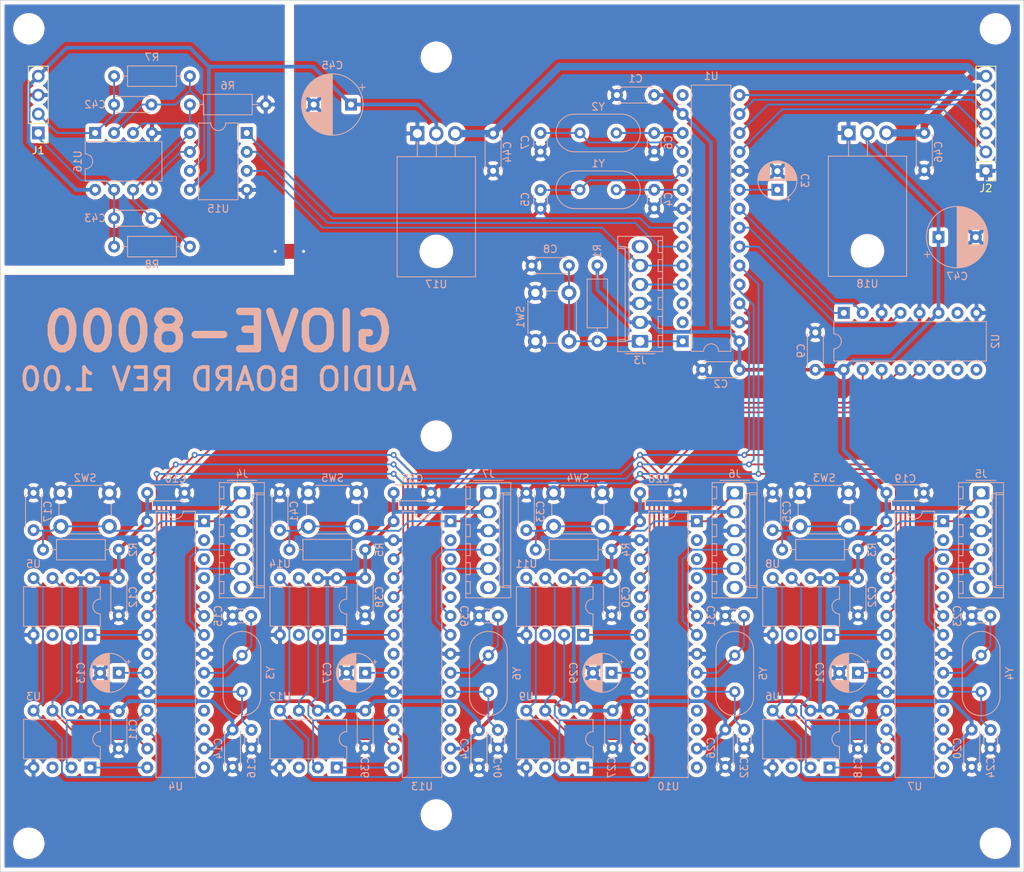
<source format=kicad_pcb>
(kicad_pcb (version 20171130) (host pcbnew "(5.1.5)-3")
  (title_block (title Synth) (date 2021-07-26) (rev 1.0))
  (layers (0 F.Cu signal) (31 B.Cu signal) (34 B.Paste user hide) (35 F.Paste user hide) (36 B.SilkS user) (37 F.SilkS user) (38 B.Mask user hide) (39 F.Mask user hide) (44 Edge.Cuts user))
  (net 0 "")
  (net 1 GND)
  (net 2 "Net-(C3-Pad1)")
  (net 3 +6V)
  (net 4 +5VA)
  (net 5 +3V3)
  (net 6 /Audio/DSP0/OSC1)
  (net 7 /Audio/DSP0/OSC2)
  (net 8 /Audio/DSP0/SOSCO)
  (net 9 /Audio/DSP0/SOSCI)
  (net 10 /Audio/DSP0/~MCLR)
  (net 11 "Net-(C13-Pad1)")
  (net 12 /Audio/DSP1/OSC1)
  (net 13 /Audio/DSP1/OSC2)
  (net 14 /Audio/DSP1/~MCLR)
  (net 15 "Net-(C21-Pad1)")
  (net 16 /Audio/DSP4/OSC1)
  (net 17 /Audio/DSP4/OSC2)
  (net 18 /Audio/DSP4/~MCLR)
  (net 19 "Net-(C29-Pad1)")
  (net 20 /Audio/DSP3/OSC1)
  (net 21 /Audio/DSP3/OSC2)
  (net 22 /Audio/DSP3/~MCLR)
  (net 23 "Net-(C37-Pad1)")
  (net 24 /Audio/DSP2/OSC1)
  (net 25 /Audio/DSP2/OSC2)
  (net 26 /Audio/DSP2/~MCLR)
  (net 27 /Audio/DAC/DACL)
  (net 28 /Audio/OUT_L)
  (net 29 /Audio/OUT_R)
  (net 30 /Audio/DAC/DACR)
  (net 31 /Audio/~SS)
  (net 32 /Audio/SDO)
  (net 33 /Audio/SDI)
  (net 34 /Audio/SCK)
  (net 35 /Audio/DSP1/PGEC)
  (net 36 /Audio/DSP1/PGED)
  (net 37 /Audio/DSP4/PGEC)
  (net 38 /Audio/DSP4/PGED)
  (net 39 /Audio/DSP3/PGED)
  (net 40 /Audio/DSP3/PGEC)
  (net 41 /Audio/DSP2/PGED)
  (net 42 /Audio/DSP2/PGEC)
  (net 43 /Audio/DAC/BIAS)
  (net 44 /Audio/SCK1)
  (net 45 /Audio/SDI1)
  (net 46 /Audio/SDO1)
  (net 47 /Audio/DSP0/~SS1)
  (net 48 /Audio/CSK)
  (net 49 /Audio/COFS)
  (net 50 /Audio/CSDO)
  (net 51 /Audio/~SS3)
  (net 52 /Audio/~SS2)
  (net 53 /Audio/~SS1)
  (net 54 /Audio/~SS0)
  (net 55 /Audio/DSP1/SDO1)
  (net 56 /Audio/DSP1/SDI1)
  (net 57 /Audio/DSP1/SCK1)
  (net 58 /Audio/DSP4/SCK1)
  (net 59 /Audio/DSP4/SDI1)
  (net 60 /Audio/DSP4/SDO1)
  (net 61 /Audio/DSP3/SDO1)
  (net 62 /Audio/DSP3/SDI1)
  (net 63 /Audio/DSP3/SCK1)
  (net 64 /Audio/DSP2/SDO1)
  (net 65 /Audio/DSP2/SDI1)
  (net 66 /Audio/DSP2/SCK1)
  (net 67 /Audio/DSP2/~SS10)
  (net 68 /Audio/DSP2/~SS11)
  (net 69 /Audio/DSP1/~SS10)
  (net 70 /Audio/DSP1/~SS11)
  (net 71 /Audio/DSP4/~SS10)
  (net 72 /Audio/DSP4/~SS11)
  (net 73 /Audio/DSP3/~SS10)
  (net 74 /Audio/DSP3/~SS11)
  (net 75 /Audio/DSP0/PGED)
  (net 76 /Audio/DSP0/MUX1)
  (net 77 /Audio/DSP0/MUX0)
  (module MountingHole:MountingHole_3.2mm_M3 (layer B.Cu) (at 72.39 346.71)
    (fp_text reference REF** hide)
    (fp_text value MountingHole_3.2mm_M3)
    (pad 1 np_thru_hole circle (at 0 0) (size 3.2 3.2) (drill 3.2) (layers *.Cu *.Mask))
  )
  (module MountingHole:MountingHole_3.2mm_M3 (layer B.Cu) (at 201.93 346.71)
    (fp_text reference REF** hide)
    (fp_text value MountingHole_3.2mm_M3)
    (pad 1 np_thru_hole circle (at 0 0) (size 3.2 3.2) (drill 3.2) (layers *.Cu *.Mask))
  )
  (module MountingHole:MountingHole_3.2mm_M3 (layer B.Cu) (at 201.93 237.49)
    (fp_text reference REF** hide)
    (fp_text value MountingHole_3.2mm_M3)
    (pad 1 np_thru_hole circle (at 0 0) (size 3.2 3.2) (drill 3.2) (layers *.Cu *.Mask))
  )
  (module MountingHole:MountingHole_3.2mm_M3 (layer B.Cu) (at 72.39 237.49)
    (fp_text reference REF** hide)
    (fp_text value MountingHole_3.2mm_M3)
    (pad 1 np_thru_hole circle (at 0 0) (size 3.2 3.2) (drill 3.2) (layers *.Cu *.Mask))
  )
  (module Button_Switch_THT:SW_PUSH_6mm (layer B.Cu) (at 140.28 272.9 270)
    (fp_text reference SW1 (at 3.25 2 90) (layer B.SilkS) (effects (justify mirror)))
    (fp_text value RESET)
    (pad 1 thru_hole circle (at 6.5 0 180) (size 2 2) (drill 1.1) (layers *.Cu *.Mask) (net 1 GND))
    (pad 2 thru_hole circle (at 6.5 -4.5 180) (size 2 2) (drill 1.1) (layers *.Cu *.Mask) (net 10 /Audio/DSP0/~MCLR))
    (pad 1 thru_hole circle (at 0 0 180) (size 2 2) (drill 1.1) (layers *.Cu *.Mask) (net 1 GND))
    (pad 2 thru_hole circle (at 0 -4.5 180) (size 2 2) (drill 1.1) (layers *.Cu *.Mask) (net 10 /Audio/DSP0/~MCLR))
  )
  (module Capacitor_THT:C_Disc_D3.0mm_W1.6mm_P2.50mm (layer B.Cu) (at 140.97 251.46 270)
    (fp_text reference C7 (at 1.25 2.05 90) (layer B.SilkS) (effects (justify mirror)))
    (fp_text value 18p)
    (pad 1 thru_hole circle (at 0 0 270) (size 1.6 1.6) (drill 0.8) (layers *.Cu *.Mask) (net 9 /Audio/DSP0/SOSCI))
    (pad 2 thru_hole circle (at 2.5 0 270) (size 1.6 1.6) (drill 0.8) (layers *.Cu *.Mask) (net 1 GND))
  )
  (module Capacitor_THT:C_Disc_D3.0mm_W1.6mm_P2.50mm (layer B.Cu) (at 140.97 259.12 270)
    (fp_text reference C5 (at 1.25 2.05 90) (layer B.SilkS) (effects (justify mirror)))
    (fp_text value 18p)
    (pad 2 thru_hole circle (at 2.5 0 270) (size 1.6 1.6) (drill 0.8) (layers *.Cu *.Mask) (net 1 GND))
    (pad 1 thru_hole circle (at 0 0 270) (size 1.6 1.6) (drill 0.8) (layers *.Cu *.Mask) (net 7 /Audio/DSP0/OSC2))
  )
  (module Capacitor_THT:C_Disc_D3.0mm_W1.6mm_P2.50mm (layer B.Cu) (at 156.21 251.46 270)
    (fp_text reference C6 (at 1.25 -1.905 90) (layer B.SilkS) (effects (justify mirror)))
    (fp_text value 18p)
    (pad 2 thru_hole circle (at 2.5 0 270) (size 1.6 1.6) (drill 0.8) (layers *.Cu *.Mask) (net 1 GND))
    (pad 1 thru_hole circle (at 0 0 270) (size 1.6 1.6) (drill 0.8) (layers *.Cu *.Mask) (net 8 /Audio/DSP0/SOSCO))
  )
  (module Capacitor_THT:CP_Radial_D5.0mm_P2.50mm (layer B.Cu) (at 172.72 259.08 90)
    (fp_text reference C3 (at 1.25 3.75 90) (layer B.SilkS) (effects (justify mirror)))
    (fp_text value 10u)
    (pad 1 thru_hole rect (at 0 0 90) (size 1.6 1.6) (drill 0.8) (layers *.Cu *.Mask) (net 2 "Net-(C3-Pad1)"))
    (pad 2 thru_hole circle (at 2.5 0 90) (size 1.6 1.6) (drill 0.8) (layers *.Cu *.Mask) (net 1 GND))
  )
  (module Capacitor_THT:C_Disc_D3.0mm_W1.6mm_P2.50mm (layer B.Cu) (at 156.21 259.08 270)
    (fp_text reference C4 (at 1.27 -1.905 90) (layer B.SilkS) (effects (justify mirror)))
    (fp_text value 18p)
    (pad 1 thru_hole circle (at 0 0 270) (size 1.6 1.6) (drill 0.8) (layers *.Cu *.Mask) (net 6 /Audio/DSP0/OSC1))
    (pad 2 thru_hole circle (at 2.5 0 270) (size 1.6 1.6) (drill 0.8) (layers *.Cu *.Mask) (net 1 GND))
  )
  (module Package_DIP:DIP-28_W7.62mm (layer B.Cu) (at 160.02 279.4)
    (fp_text reference U1 (at 3.81 -35.56) (layer B.SilkS) (effects (justify mirror)))
    (fp_text value DSPIC33FJ128GP802)
    (pad 1 thru_hole rect (at 0 0) (size 1.6 1.6) (drill 0.8) (layers *.Cu *.Mask) (net 10 /Audio/DSP0/~MCLR))
    (pad 15 thru_hole oval (at 7.62 -33.02) (size 1.6 1.6) (drill 0.8) (layers *.Cu *.Mask) (net 34 /Audio/SCK))
    (pad 2 thru_hole oval (at 0 -2.54) (size 1.6 1.6) (drill 0.8) (layers *.Cu *.Mask))
    (pad 16 thru_hole oval (at 7.62 -30.48) (size 1.6 1.6) (drill 0.8) (layers *.Cu *.Mask) (net 33 /Audio/SDI))
    (pad 3 thru_hole oval (at 0 -5.08) (size 1.6 1.6) (drill 0.8) (layers *.Cu *.Mask))
    (pad 17 thru_hole oval (at 7.62 -27.94) (size 1.6 1.6) (drill 0.8) (layers *.Cu *.Mask) (net 32 /Audio/SDO))
    (pad 4 thru_hole oval (at 0 -7.62) (size 1.6 1.6) (drill 0.8) (layers *.Cu *.Mask) (net 75 /Audio/DSP0/PGED))
    (pad 18 thru_hole oval (at 7.62 -25.4) (size 1.6 1.6) (drill 0.8) (layers *.Cu *.Mask) (net 31 /Audio/~SS))
    (pad 5 thru_hole oval (at 0 -10.16) (size 1.6 1.6) (drill 0.8) (layers *.Cu *.Mask) (net 50 /Audio/CSDO))
    (pad 19 thru_hole oval (at 7.62 -22.86) (size 1.6 1.6) (drill 0.8) (layers *.Cu *.Mask) (net 1 GND))
    (pad 6 thru_hole oval (at 0 -12.7) (size 1.6 1.6) (drill 0.8) (layers *.Cu *.Mask) (net 49 /Audio/COFS))
    (pad 20 thru_hole oval (at 7.62 -20.32) (size 1.6 1.6) (drill 0.8) (layers *.Cu *.Mask) (net 2 "Net-(C3-Pad1)"))
    (pad 7 thru_hole oval (at 0 -15.24) (size 1.6 1.6) (drill 0.8) (layers *.Cu *.Mask) (net 48 /Audio/CSK))
    (pad 21 thru_hole oval (at 7.62 -17.78) (size 1.6 1.6) (drill 0.8) (layers *.Cu *.Mask) (net 76 /Audio/DSP0/MUX1))
    (pad 8 thru_hole oval (at 0 -17.78) (size 1.6 1.6) (drill 0.8) (layers *.Cu *.Mask) (net 1 GND))
    (pad 22 thru_hole oval (at 7.62 -15.24) (size 1.6 1.6) (drill 0.8) (layers *.Cu *.Mask) (net 77 /Audio/DSP0/MUX0))
    (pad 9 thru_hole oval (at 0 -20.32) (size 1.6 1.6) (drill 0.8) (layers *.Cu *.Mask) (net 6 /Audio/DSP0/OSC1))
    (pad 23 thru_hole oval (at 7.62 -12.7) (size 1.6 1.6) (drill 0.8) (layers *.Cu *.Mask) (net 47 /Audio/DSP0/~SS1))
    (pad 10 thru_hole oval (at 0 -22.86) (size 1.6 1.6) (drill 0.8) (layers *.Cu *.Mask) (net 7 /Audio/DSP0/OSC2))
    (pad 24 thru_hole oval (at 7.62 -10.16) (size 1.6 1.6) (drill 0.8) (layers *.Cu *.Mask) (net 44 /Audio/SCK1))
    (pad 11 thru_hole oval (at 0 -25.4) (size 1.6 1.6) (drill 0.8) (layers *.Cu *.Mask) (net 9 /Audio/DSP0/SOSCI))
    (pad 25 thru_hole oval (at 7.62 -7.62) (size 1.6 1.6) (drill 0.8) (layers *.Cu *.Mask) (net 45 /Audio/SDI1))
    (pad 12 thru_hole oval (at 0 -27.94) (size 1.6 1.6) (drill 0.8) (layers *.Cu *.Mask) (net 8 /Audio/DSP0/SOSCO))
    (pad 26 thru_hole oval (at 7.62 -5.08) (size 1.6 1.6) (drill 0.8) (layers *.Cu *.Mask) (net 46 /Audio/SDO1))
    (pad 13 thru_hole oval (at 0 -30.48) (size 1.6 1.6) (drill 0.8) (layers *.Cu *.Mask) (net 5 +3V3))
    (pad 27 thru_hole oval (at 7.62 -2.54) (size 1.6 1.6) (drill 0.8) (layers *.Cu *.Mask) (net 1 GND))
    (pad 14 thru_hole oval (at 0 -33.02) (size 1.6 1.6) (drill 0.8) (layers *.Cu *.Mask))
    (pad 28 thru_hole oval (at 7.62 0) (size 1.6 1.6) (drill 0.8) (layers *.Cu *.Mask) (net 5 +3V3))
  )
  (module Connector_Molex:Molex_KK-254_AE-6410-06A_1x06_P2.54mm_Vertical (layer B.Cu) (at 154.305 279.4 90)
    (fp_text reference J3 (at -2.54 0 180) (layer B.SilkS) (effects (justify mirror)))
    (fp_text value ICSP_AUDIO)
    (pad 6 thru_hole oval (at 12.7 0 90) (size 1.74 2.2) (drill 1.2) (layers *.Cu *.Mask))
    (pad 5 thru_hole oval (at 10.16 0 90) (size 1.74 2.2) (drill 1.2) (layers *.Cu *.Mask) (net 50 /Audio/CSDO))
    (pad 4 thru_hole oval (at 7.62 0 90) (size 1.74 2.2) (drill 1.2) (layers *.Cu *.Mask) (net 75 /Audio/DSP0/PGED))
    (pad 3 thru_hole oval (at 5.08 0 90) (size 1.74 2.2) (drill 1.2) (layers *.Cu *.Mask) (net 1 GND))
    (pad 2 thru_hole oval (at 2.54 0 90) (size 1.74 2.2) (drill 1.2) (layers *.Cu *.Mask) (net 5 +3V3))
    (pad 1 thru_hole roundrect (at 0 0 90) (size 1.74 2.2) (drill 1.2) (layers *.Cu *.Mask) (roundrect_rratio 0.143678) (net 10 /Audio/DSP0/~MCLR))
  )
  (module Resistor_THT:R_Axial_DIN0207_L6.3mm_D2.5mm_P10.16mm_Horizontal (layer B.Cu) (at 148.59 269.24 270)
    (fp_text reference R1 (at -1.905 0 90) (layer B.SilkS) (effects (justify mirror)))
    (fp_text value 10k)
    (pad 1 thru_hole circle (at 0 0 270) (size 1.6 1.6) (drill 0.8) (layers *.Cu *.Mask) (net 5 +3V3))
    (pad 2 thru_hole oval (at 10.16 0 270) (size 1.6 1.6) (drill 0.8) (layers *.Cu *.Mask) (net 10 /Audio/DSP0/~MCLR))
  )
  (module Crystal:Crystal_HC49-U_Vertical (layer B.Cu) (at 151.13 259.08 180)
    (fp_text reference Y1 (at 2.44 3.525) (layer B.SilkS) (effects (justify mirror)))
    (fp_text value 10MHz)
    (pad 1 thru_hole circle (at 0 0 180) (size 1.5 1.5) (drill 0.8) (layers *.Cu *.Mask) (net 6 /Audio/DSP0/OSC1))
    (pad 2 thru_hole circle (at 4.88 0 180) (size 1.5 1.5) (drill 0.8) (layers *.Cu *.Mask) (net 7 /Audio/DSP0/OSC2))
  )
  (module Crystal:Crystal_HC49-U_Vertical (layer B.Cu) (at 151.13 251.46 180)
    (fp_text reference Y2 (at 2.44 3.525) (layer B.SilkS) (effects (justify mirror)))
    (fp_text value 12.288MHz)
    (pad 2 thru_hole circle (at 4.88 0 180) (size 1.5 1.5) (drill 0.8) (layers *.Cu *.Mask) (net 9 /Audio/DSP0/SOSCI))
    (pad 1 thru_hole circle (at 0 0 180) (size 1.5 1.5) (drill 0.8) (layers *.Cu *.Mask) (net 8 /Audio/DSP0/SOSCO))
  )
  (module Resistor_THT:R_Axial_DIN0207_L6.3mm_D2.5mm_P10.16mm_Horizontal (layer B.Cu) (at 83.82 243.84)
    (fp_text reference R7 (at 5.08 -2.54) (layer B.SilkS) (effects (justify mirror)))
    (fp_text value 1k5)
    (pad 2 thru_hole oval (at 10.16 0) (size 1.6 1.6) (drill 0.8) (layers *.Cu *.Mask) (net 27 /Audio/DAC/DACL))
    (pad 1 thru_hole circle (at 0 0) (size 1.6 1.6) (drill 0.8) (layers *.Cu *.Mask) (net 28 /Audio/OUT_L))
  )
  (module Resistor_THT:R_Axial_DIN0207_L6.3mm_D2.5mm_P10.16mm_Horizontal (layer B.Cu) (at 83.82 266.7)
    (fp_text reference R8 (at 5.08 2.37) (layer B.SilkS) (effects (justify mirror)))
    (fp_text value 1k5)
    (pad 2 thru_hole oval (at 10.16 0) (size 1.6 1.6) (drill 0.8) (layers *.Cu *.Mask) (net 30 /Audio/DAC/DACR))
    (pad 1 thru_hole circle (at 0 0) (size 1.6 1.6) (drill 0.8) (layers *.Cu *.Mask) (net 29 /Audio/OUT_R))
  )
  (module Capacitor_THT:C_Disc_D4.3mm_W1.9mm_P5.00mm (layer B.Cu) (at 83.82 262.89)
    (fp_text reference C43 (at -2.54 0) (layer B.SilkS) (effects (justify mirror)))
    (fp_text value 3n3)
    (pad 1 thru_hole circle (at 0 0) (size 1.6 1.6) (drill 0.8) (layers *.Cu *.Mask) (net 29 /Audio/OUT_R))
    (pad 2 thru_hole circle (at 5 0) (size 1.6 1.6) (drill 0.8) (layers *.Cu *.Mask) (net 30 /Audio/DAC/DACR))
  )
  (module Resistor_THT:R_Axial_DIN0207_L6.3mm_D2.5mm_P10.16mm_Horizontal (layer B.Cu) (at 93.98 247.65)
    (fp_text reference R6 (at 5.08 -2.54) (layer B.SilkS) (effects (justify mirror)))
    (fp_text value 3k3)
    (pad 1 thru_hole circle (at 0 0) (size 1.6 1.6) (drill 0.8) (layers *.Cu *.Mask) (net 43 /Audio/DAC/BIAS))
    (pad 2 thru_hole oval (at 10.16 0) (size 1.6 1.6) (drill 0.8) (layers *.Cu *.Mask) (net 1 GND))
  )
  (module Capacitor_THT:C_Disc_D4.3mm_W1.9mm_P5.00mm (layer B.Cu) (at 83.82 247.65)
    (fp_text reference C42 (at -2.54 0) (layer B.SilkS) (effects (justify mirror)))
    (fp_text value 3n3)
    (pad 2 thru_hole circle (at 5 0) (size 1.6 1.6) (drill 0.8) (layers *.Cu *.Mask) (net 27 /Audio/DAC/DACL))
    (pad 1 thru_hole circle (at 0 0) (size 1.6 1.6) (drill 0.8) (layers *.Cu *.Mask) (net 28 /Audio/OUT_L))
  )
  (module Package_DIP:DIP-8_W7.62mm (layer B.Cu) (at 101.6 251.46 180)
    (fp_text reference U15 (at 3.81 -10.16) (layer B.SilkS) (effects (justify mirror)))
    (fp_text value TDA1543)
    (pad 8 thru_hole oval (at 7.62 0 180) (size 1.6 1.6) (drill 0.8) (layers *.Cu *.Mask) (net 30 /Audio/DAC/DACR))
    (pad 4 thru_hole oval (at 0 -7.62 180) (size 1.6 1.6) (drill 0.8) (layers *.Cu *.Mask) (net 1 GND))
    (pad 7 thru_hole oval (at 7.62 -2.54 180) (size 1.6 1.6) (drill 0.8) (layers *.Cu *.Mask) (net 43 /Audio/DAC/BIAS))
    (pad 3 thru_hole oval (at 0 -5.08 180) (size 1.6 1.6) (drill 0.8) (layers *.Cu *.Mask) (net 50 /Audio/CSDO))
    (pad 6 thru_hole oval (at 7.62 -5.08 180) (size 1.6 1.6) (drill 0.8) (layers *.Cu *.Mask) (net 27 /Audio/DAC/DACL))
    (pad 2 thru_hole oval (at 0 -2.54 180) (size 1.6 1.6) (drill 0.8) (layers *.Cu *.Mask) (net 49 /Audio/COFS))
    (pad 5 thru_hole oval (at 7.62 -7.62 180) (size 1.6 1.6) (drill 0.8) (layers *.Cu *.Mask) (net 4 +5VA))
    (pad 1 thru_hole rect (at 0 0 180) (size 1.6 1.6) (drill 0.8) (layers *.Cu *.Mask) (net 48 /Audio/CSK))
  )
  (module Package_DIP:DIP-8_W7.62mm (layer B.Cu) (at 81.28 251.46 270)
    (fp_text reference U16 (at 3.81 2.33 90) (layer B.SilkS) (effects (justify mirror)))
    (fp_text value NE5532)
    (pad 8 thru_hole oval (at 7.62 0 270) (size 1.6 1.6) (drill 0.8) (layers *.Cu *.Mask) (net 4 +5VA))
    (pad 4 thru_hole oval (at 0 -7.62 270) (size 1.6 1.6) (drill 0.8) (layers *.Cu *.Mask) (net 1 GND))
    (pad 7 thru_hole oval (at 7.62 -2.54 270) (size 1.6 1.6) (drill 0.8) (layers *.Cu *.Mask) (net 29 /Audio/OUT_R))
    (pad 3 thru_hole oval (at 0 -5.08 270) (size 1.6 1.6) (drill 0.8) (layers *.Cu *.Mask) (net 43 /Audio/DAC/BIAS))
    (pad 6 thru_hole oval (at 7.62 -5.08 270) (size 1.6 1.6) (drill 0.8) (layers *.Cu *.Mask) (net 30 /Audio/DAC/DACR))
    (pad 2 thru_hole oval (at 0 -2.54 270) (size 1.6 1.6) (drill 0.8) (layers *.Cu *.Mask) (net 27 /Audio/DAC/DACL))
    (pad 5 thru_hole oval (at 7.62 -7.62 270) (size 1.6 1.6) (drill 0.8) (layers *.Cu *.Mask) (net 43 /Audio/DAC/BIAS))
    (pad 1 thru_hole rect (at 0 0 270) (size 1.6 1.6) (drill 0.8) (layers *.Cu *.Mask) (net 28 /Audio/OUT_L))
  )
  (module MountingHole:MountingHole_3.2mm_M3 (layer B.Cu) (at 127 241.3)
    (fp_text reference REF** hide)
    (fp_text value MountingHole_3.2mm_M3)
    (pad 1 np_thru_hole circle (at 0 0) (size 3.2 3.2) (drill 3.2) (layers *.Cu *.Mask))
  )
  (module MountingHole:MountingHole_3.2mm_M3 (layer B.Cu) (at 127 292.1)
    (fp_text reference REF** hide)
    (fp_text value MountingHole_3.2mm_M3)
    (pad 1 np_thru_hole circle (at 0 0) (size 3.2 3.2) (drill 3.2) (layers *.Cu *.Mask))
  )
  (module MountingHole:MountingHole_3.2mm_M3 (layer B.Cu) (at 127 342.9)
    (fp_text reference REF** hide)
    (fp_text value MountingHole_3.2mm_M3)
    (pad 1 np_thru_hole circle (at 0 0) (size 3.2 3.2) (drill 3.2) (layers *.Cu *.Mask))
  )
  (module Capacitor_THT:C_Disc_D4.3mm_W1.9mm_P5.00mm (layer B.Cu) (at 88.265 299.72)
    (fp_text reference C10 (at 3.81 -1.905) (layer B.SilkS) (effects (justify mirror)))
    (fp_text value 100n)
    (pad 1 thru_hole circle (at 0 0) (size 1.6 1.6) (drill 0.8) (layers *.Cu *.Mask) (net 5 +3V3))
    (pad 2 thru_hole circle (at 5 0) (size 1.6 1.6) (drill 0.8) (layers *.Cu *.Mask) (net 1 GND))
  )
  (module Capacitor_THT:C_Disc_D4.3mm_W1.9mm_P5.00mm (layer B.Cu) (at 84.455 329.01 270)
    (fp_text reference C11 (at 2.5 -1.905 90) (layer B.SilkS) (effects (justify mirror)))
    (fp_text value 100n)
    (pad 2 thru_hole circle (at 5 0 270) (size 1.6 1.6) (drill 0.8) (layers *.Cu *.Mask) (net 1 GND))
    (pad 1 thru_hole circle (at 0 0 270) (size 1.6 1.6) (drill 0.8) (layers *.Cu *.Mask) (net 5 +3V3))
  )
  (module Capacitor_THT:C_Disc_D4.3mm_W1.9mm_P5.00mm (layer B.Cu) (at 84.455 311.15 270)
    (fp_text reference C12 (at 2.54 -1.905 90) (layer B.SilkS) (effects (justify mirror)))
    (fp_text value 100n)
    (pad 2 thru_hole circle (at 5 0 270) (size 1.6 1.6) (drill 0.8) (layers *.Cu *.Mask) (net 1 GND))
    (pad 1 thru_hole circle (at 0 0 270) (size 1.6 1.6) (drill 0.8) (layers *.Cu *.Mask) (net 5 +3V3))
  )
  (module Capacitor_THT:CP_Radial_D5.0mm_P2.50mm (layer B.Cu) (at 84.455 323.85 180)
    (fp_text reference C13 (at 5.08 0 90) (layer B.SilkS) (effects (justify mirror)))
    (fp_text value 10u)
    (pad 2 thru_hole circle (at 2.5 0 180) (size 1.6 1.6) (drill 0.8) (layers *.Cu *.Mask) (net 1 GND))
    (pad 1 thru_hole rect (at 0 0 180) (size 1.6 1.6) (drill 0.8) (layers *.Cu *.Mask) (net 11 "Net-(C13-Pad1)"))
  )
  (module Capacitor_THT:C_Disc_D4.3mm_W1.9mm_P5.00mm (layer B.Cu) (at 99.695 331.47 270)
    (fp_text reference C14 (at 2.54 1.905 90) (layer B.SilkS) (effects (justify mirror)))
    (fp_text value 100n)
    (pad 2 thru_hole circle (at 5 0 270) (size 1.6 1.6) (drill 0.8) (layers *.Cu *.Mask) (net 1 GND))
    (pad 1 thru_hole circle (at 0 0 270) (size 1.6 1.6) (drill 0.8) (layers *.Cu *.Mask) (net 5 +3V3))
  )
  (module Capacitor_THT:C_Disc_D3.0mm_W1.6mm_P2.50mm (layer B.Cu) (at 102.195 316.23 180)
    (fp_text reference C15 (at 4.405 0 90) (layer B.SilkS) (effects (justify mirror)))
    (fp_text value 18p)
    (pad 2 thru_hole circle (at 2.5 0 180) (size 1.6 1.6) (drill 0.8) (layers *.Cu *.Mask) (net 1 GND))
    (pad 1 thru_hole circle (at 0 0 180) (size 1.6 1.6) (drill 0.8) (layers *.Cu *.Mask) (net 12 /Audio/DSP1/OSC1))
  )
  (module Capacitor_THT:C_Disc_D3.0mm_W1.6mm_P2.50mm (layer B.Cu) (at 102.235 331.51 270)
    (fp_text reference C16 (at 5.04 0 90) (layer B.SilkS) (effects (justify mirror)))
    (fp_text value 18p)
    (pad 1 thru_hole circle (at 0 0 270) (size 1.6 1.6) (drill 0.8) (layers *.Cu *.Mask) (net 13 /Audio/DSP1/OSC2))
    (pad 2 thru_hole circle (at 2.5 0 270) (size 1.6 1.6) (drill 0.8) (layers *.Cu *.Mask) (net 1 GND))
  )
  (module Capacitor_THT:C_Disc_D4.3mm_W1.9mm_P5.00mm (layer B.Cu) (at 73.025 304.72 90)
    (fp_text reference C17 (at 2.5 1.905 90) (layer B.SilkS) (effects (justify mirror)))
    (fp_text value 100n)
    (pad 1 thru_hole circle (at 0 0 90) (size 1.6 1.6) (drill 0.8) (layers *.Cu *.Mask) (net 14 /Audio/DSP1/~MCLR))
    (pad 2 thru_hole circle (at 5 0 90) (size 1.6 1.6) (drill 0.8) (layers *.Cu *.Mask) (net 1 GND))
  )
  (module Capacitor_THT:C_Disc_D4.3mm_W1.9mm_P5.00mm (layer B.Cu) (at 183.515 329.01 270)
    (fp_text reference C18 (at 7.54 0 90) (layer B.SilkS) (effects (justify mirror)))
    (fp_text value 100n)
    (pad 1 thru_hole circle (at 0 0 270) (size 1.6 1.6) (drill 0.8) (layers *.Cu *.Mask) (net 5 +3V3))
    (pad 2 thru_hole circle (at 5 0 270) (size 1.6 1.6) (drill 0.8) (layers *.Cu *.Mask) (net 1 GND))
  )
  (module Capacitor_THT:C_Disc_D4.3mm_W1.9mm_P5.00mm (layer B.Cu) (at 187.325 299.72)
    (fp_text reference C19 (at 2.54 -1.905) (layer B.SilkS) (effects (justify mirror)))
    (fp_text value 100n)
    (pad 1 thru_hole circle (at 0 0) (size 1.6 1.6) (drill 0.8) (layers *.Cu *.Mask) (net 5 +3V3))
    (pad 2 thru_hole circle (at 5 0) (size 1.6 1.6) (drill 0.8) (layers *.Cu *.Mask) (net 1 GND))
  )
  (module Capacitor_THT:C_Disc_D4.3mm_W1.9mm_P5.00mm (layer B.Cu) (at 198.755 331.47 270)
    (fp_text reference C20 (at 2.5 1.905 90) (layer B.SilkS) (effects (justify mirror)))
    (fp_text value 100n)
    (pad 2 thru_hole circle (at 5 0 270) (size 1.6 1.6) (drill 0.8) (layers *.Cu *.Mask) (net 1 GND))
    (pad 1 thru_hole circle (at 0 0 270) (size 1.6 1.6) (drill 0.8) (layers *.Cu *.Mask) (net 5 +3V3))
  )
  (module Capacitor_THT:CP_Radial_D5.0mm_P2.50mm (layer B.Cu) (at 183.515 323.85 180)
    (fp_text reference C21 (at 5.08 0 90) (layer B.SilkS) (effects (justify mirror)))
    (fp_text value 10u)
    (pad 1 thru_hole rect (at 0 0 180) (size 1.6 1.6) (drill 0.8) (layers *.Cu *.Mask) (net 15 "Net-(C21-Pad1)"))
    (pad 2 thru_hole circle (at 2.5 0 180) (size 1.6 1.6) (drill 0.8) (layers *.Cu *.Mask) (net 1 GND))
  )
  (module Capacitor_THT:C_Disc_D4.3mm_W1.9mm_P5.00mm (layer B.Cu) (at 183.515 311.15 270)
    (fp_text reference C22 (at 2.5 -1.905 90) (layer B.SilkS) (effects (justify mirror)))
    (fp_text value 100n)
    (pad 2 thru_hole circle (at 5 0 270) (size 1.6 1.6) (drill 0.8) (layers *.Cu *.Mask) (net 1 GND))
    (pad 1 thru_hole circle (at 0 0 270) (size 1.6 1.6) (drill 0.8) (layers *.Cu *.Mask) (net 5 +3V3))
  )
  (module Capacitor_THT:C_Disc_D3.0mm_W1.6mm_P2.50mm (layer B.Cu) (at 201.255 316.23 180)
    (fp_text reference C23 (at 4.405 0 90) (layer B.SilkS) (effects (justify mirror)))
    (fp_text value 18p)
    (pad 2 thru_hole circle (at 2.5 0 180) (size 1.6 1.6) (drill 0.8) (layers *.Cu *.Mask) (net 1 GND))
    (pad 1 thru_hole circle (at 0 0 180) (size 1.6 1.6) (drill 0.8) (layers *.Cu *.Mask) (net 16 /Audio/DSP4/OSC1))
  )
  (module Capacitor_THT:C_Disc_D3.0mm_W1.6mm_P2.50mm (layer B.Cu) (at 201.295 331.51 270)
    (fp_text reference C24 (at 5.04 0 90) (layer B.SilkS) (effects (justify mirror)))
    (fp_text value 18p)
    (pad 1 thru_hole circle (at 0 0 270) (size 1.6 1.6) (drill 0.8) (layers *.Cu *.Mask) (net 17 /Audio/DSP4/OSC2))
    (pad 2 thru_hole circle (at 2.5 0 270) (size 1.6 1.6) (drill 0.8) (layers *.Cu *.Mask) (net 1 GND))
  )
  (module Capacitor_THT:C_Disc_D4.3mm_W1.9mm_P5.00mm (layer B.Cu) (at 172.085 304.72 90)
    (fp_text reference C25 (at 2.5 1.905 90) (layer B.SilkS) (effects (justify mirror)))
    (fp_text value 100n)
    (pad 1 thru_hole circle (at 0 0 90) (size 1.6 1.6) (drill 0.8) (layers *.Cu *.Mask) (net 18 /Audio/DSP4/~MCLR))
    (pad 2 thru_hole circle (at 5 0 90) (size 1.6 1.6) (drill 0.8) (layers *.Cu *.Mask) (net 1 GND))
  )
  (module Capacitor_THT:C_Disc_D4.3mm_W1.9mm_P5.00mm (layer B.Cu) (at 165.735 331.47 270)
    (fp_text reference C26 (at 2.46 1.905 90) (layer B.SilkS) (effects (justify mirror)))
    (fp_text value 100n)
    (pad 1 thru_hole circle (at 0 0 270) (size 1.6 1.6) (drill 0.8) (layers *.Cu *.Mask) (net 5 +3V3))
    (pad 2 thru_hole circle (at 5 0 270) (size 1.6 1.6) (drill 0.8) (layers *.Cu *.Mask) (net 1 GND))
  )
  (module Capacitor_THT:C_Disc_D4.3mm_W1.9mm_P5.00mm (layer B.Cu) (at 150.634999 328.93 270)
    (fp_text reference C27 (at 7.62 0.139999 90) (layer B.SilkS) (effects (justify mirror)))
    (fp_text value 100n)
    (pad 2 thru_hole circle (at 5 0 270) (size 1.6 1.6) (drill 0.8) (layers *.Cu *.Mask) (net 1 GND))
    (pad 1 thru_hole circle (at 0 0 270) (size 1.6 1.6) (drill 0.8) (layers *.Cu *.Mask) (net 5 +3V3))
  )
  (module Capacitor_THT:C_Disc_D4.3mm_W1.9mm_P5.00mm (layer B.Cu) (at 154.305 299.72)
    (fp_text reference C28 (at 2.54 -1.905 180) (layer B.SilkS) (effects (justify mirror)))
    (fp_text value 100n)
    (pad 1 thru_hole circle (at 0 0) (size 1.6 1.6) (drill 0.8) (layers *.Cu *.Mask) (net 5 +3V3))
    (pad 2 thru_hole circle (at 5 0) (size 1.6 1.6) (drill 0.8) (layers *.Cu *.Mask) (net 1 GND))
  )
  (module Capacitor_THT:CP_Radial_D5.0mm_P2.50mm (layer B.Cu) (at 150.495 323.85 180)
    (fp_text reference C29 (at 5.08 0 90) (layer B.SilkS) (effects (justify mirror)))
    (fp_text value 10u)
    (pad 2 thru_hole circle (at 2.5 0 180) (size 1.6 1.6) (drill 0.8) (layers *.Cu *.Mask) (net 1 GND))
    (pad 1 thru_hole rect (at 0 0 180) (size 1.6 1.6) (drill 0.8) (layers *.Cu *.Mask) (net 19 "Net-(C29-Pad1)"))
  )
  (module Capacitor_THT:C_Disc_D4.3mm_W1.9mm_P5.00mm (layer B.Cu) (at 150.495 311.15 270)
    (fp_text reference C30 (at 2.54 -1.905 90) (layer B.SilkS) (effects (justify mirror)))
    (fp_text value 100n)
    (pad 1 thru_hole circle (at 0 0 270) (size 1.6 1.6) (drill 0.8) (layers *.Cu *.Mask) (net 5 +3V3))
    (pad 2 thru_hole circle (at 5 0 270) (size 1.6 1.6) (drill 0.8) (layers *.Cu *.Mask) (net 1 GND))
  )
  (module Capacitor_THT:C_Disc_D3.0mm_W1.6mm_P2.50mm (layer B.Cu) (at 168.235 316.23 180)
    (fp_text reference C31 (at 4.405 0 90) (layer B.SilkS) (effects (justify mirror)))
    (fp_text value 18p)
    (pad 1 thru_hole circle (at 0 0 180) (size 1.6 1.6) (drill 0.8) (layers *.Cu *.Mask) (net 20 /Audio/DSP3/OSC1))
    (pad 2 thru_hole circle (at 2.5 0 180) (size 1.6 1.6) (drill 0.8) (layers *.Cu *.Mask) (net 1 GND))
  )
  (module Capacitor_THT:C_Disc_D3.0mm_W1.6mm_P2.50mm (layer B.Cu) (at 168.275 331.47 270)
    (fp_text reference C32 (at 5.08 0 90) (layer B.SilkS) (effects (justify mirror)))
    (fp_text value 18p)
    (pad 2 thru_hole circle (at 2.5 0 270) (size 1.6 1.6) (drill 0.8) (layers *.Cu *.Mask) (net 1 GND))
    (pad 1 thru_hole circle (at 0 0 270) (size 1.6 1.6) (drill 0.8) (layers *.Cu *.Mask) (net 21 /Audio/DSP3/OSC2))
  )
  (module Capacitor_THT:C_Disc_D4.3mm_W1.9mm_P5.00mm (layer B.Cu) (at 139.065 304.72 90)
    (fp_text reference C33 (at 2.5 1.905 90) (layer B.SilkS) (effects (justify mirror)))
    (fp_text value 100n)
    (pad 2 thru_hole circle (at 5 0 90) (size 1.6 1.6) (drill 0.8) (layers *.Cu *.Mask) (net 1 GND))
    (pad 1 thru_hole circle (at 0 0 90) (size 1.6 1.6) (drill 0.8) (layers *.Cu *.Mask) (net 22 /Audio/DSP3/~MCLR))
  )
  (module Capacitor_THT:C_Disc_D4.3mm_W1.9mm_P5.00mm (layer B.Cu) (at 132.715 331.55 270)
    (fp_text reference C34 (at 2.5 1.905 90) (layer B.SilkS) (effects (justify mirror)))
    (fp_text value 100n)
    (pad 2 thru_hole circle (at 5 0 270) (size 1.6 1.6) (drill 0.8) (layers *.Cu *.Mask) (net 1 GND))
    (pad 1 thru_hole circle (at 0 0 270) (size 1.6 1.6) (drill 0.8) (layers *.Cu *.Mask) (net 5 +3V3))
  )
  (module Capacitor_THT:C_Disc_D4.3mm_W1.9mm_P5.00mm (layer B.Cu) (at 121.285 299.72)
    (fp_text reference C35 (at 2.54 -1.905) (layer B.SilkS) (effects (justify mirror)))
    (fp_text value 100n)
    (pad 2 thru_hole circle (at 5 0) (size 1.6 1.6) (drill 0.8) (layers *.Cu *.Mask) (net 1 GND))
    (pad 1 thru_hole circle (at 0 0) (size 1.6 1.6) (drill 0.8) (layers *.Cu *.Mask) (net 5 +3V3))
  )
  (module Capacitor_THT:C_Disc_D4.3mm_W1.9mm_P5.00mm (layer B.Cu) (at 117.475 328.93 270)
    (fp_text reference C36 (at 7.62 0 90) (layer B.SilkS) (effects (justify mirror)))
    (fp_text value 100n)
    (pad 2 thru_hole circle (at 5 0 270) (size 1.6 1.6) (drill 0.8) (layers *.Cu *.Mask) (net 1 GND))
    (pad 1 thru_hole circle (at 0 0 270) (size 1.6 1.6) (drill 0.8) (layers *.Cu *.Mask) (net 5 +3V3))
  )
  (module Capacitor_THT:CP_Radial_D5.0mm_P2.50mm (layer B.Cu) (at 117.475 323.85 180)
    (fp_text reference C37 (at 5.08 0 90) (layer B.SilkS) (effects (justify mirror)))
    (fp_text value 10u)
    (pad 1 thru_hole rect (at 0 0 180) (size 1.6 1.6) (drill 0.8) (layers *.Cu *.Mask) (net 23 "Net-(C37-Pad1)"))
    (pad 2 thru_hole circle (at 2.5 0 180) (size 1.6 1.6) (drill 0.8) (layers *.Cu *.Mask) (net 1 GND))
  )
  (module Capacitor_THT:C_Disc_D4.3mm_W1.9mm_P5.00mm (layer B.Cu) (at 117.475 311.15 270)
    (fp_text reference C38 (at 2.54 -1.905 270) (layer B.SilkS) (effects (justify mirror)))
    (fp_text value 100n)
    (pad 1 thru_hole circle (at 0 0 270) (size 1.6 1.6) (drill 0.8) (layers *.Cu *.Mask) (net 5 +3V3))
    (pad 2 thru_hole circle (at 5 0 270) (size 1.6 1.6) (drill 0.8) (layers *.Cu *.Mask) (net 1 GND))
  )
  (module Capacitor_THT:C_Disc_D3.0mm_W1.6mm_P2.50mm (layer B.Cu) (at 135.255 316.23 180)
    (fp_text reference C39 (at 4.445 0 90) (layer B.SilkS) (effects (justify mirror)))
    (fp_text value 18p)
    (pad 1 thru_hole circle (at 0 0 180) (size 1.6 1.6) (drill 0.8) (layers *.Cu *.Mask) (net 24 /Audio/DSP2/OSC1))
    (pad 2 thru_hole circle (at 2.5 0 180) (size 1.6 1.6) (drill 0.8) (layers *.Cu *.Mask) (net 1 GND))
  )
  (module Capacitor_THT:C_Disc_D3.0mm_W1.6mm_P2.50mm (layer B.Cu) (at 135.255 331.51 270)
    (fp_text reference C40 (at 5.04 0 90) (layer B.SilkS) (effects (justify mirror)))
    (fp_text value 18p)
    (pad 2 thru_hole circle (at 2.5 0 270) (size 1.6 1.6) (drill 0.8) (layers *.Cu *.Mask) (net 1 GND))
    (pad 1 thru_hole circle (at 0 0 270) (size 1.6 1.6) (drill 0.8) (layers *.Cu *.Mask) (net 25 /Audio/DSP2/OSC2))
  )
  (module Capacitor_THT:C_Disc_D4.3mm_W1.9mm_P5.00mm (layer B.Cu) (at 106.045 304.72 90)
    (fp_text reference C41 (at 2.5 1.905 90) (layer B.SilkS) (effects (justify mirror)))
    (fp_text value 100n)
    (pad 1 thru_hole circle (at 0 0 90) (size 1.6 1.6) (drill 0.8) (layers *.Cu *.Mask) (net 26 /Audio/DSP2/~MCLR))
    (pad 2 thru_hole circle (at 5 0 90) (size 1.6 1.6) (drill 0.8) (layers *.Cu *.Mask) (net 1 GND))
  )
  (module Capacitor_THT:CP_Radial_D8.0mm_P5.00mm (layer B.Cu) (at 115.57 247.65 180)
    (fp_text reference C45 (at 2.5 5.25) (layer B.SilkS) (effects (justify mirror)))
    (fp_text value 100u)
    (pad 1 thru_hole rect (at 0 0 180) (size 1.6 1.6) (drill 0.8) (layers *.Cu *.Mask) (net 4 +5VA))
    (pad 2 thru_hole circle (at 5 0 180) (size 1.6 1.6) (drill 0.8) (layers *.Cu *.Mask) (net 1 GND))
  )
  (module Capacitor_THT:CP_Radial_D8.0mm_P5.00mm (layer B.Cu) (at 194.31 265.43)
    (fp_text reference C47 (at 2.5 5.25) (layer B.SilkS) (effects (justify mirror)))
    (fp_text value 100u)
    (pad 2 thru_hole circle (at 5 0) (size 1.6 1.6) (drill 0.8) (layers *.Cu *.Mask) (net 1 GND))
    (pad 1 thru_hole rect (at 0 0) (size 1.6 1.6) (drill 0.8) (layers *.Cu *.Mask) (net 5 +3V3))
  )
  (module Connector_PinHeader_2.54mm:PinHeader_1x04_P2.54mm_Vertical (layer F.Cu) (at 73.66 251.46 180)
    (fp_text reference J1 (at 0 -2.33) (layer F.SilkS))
    (fp_text value Conn_01x04_Male)
    (pad 1 thru_hole rect (at 0 0 180) (size 1.7 1.7) (drill 1) (layers *.Cu *.Mask) (net 29 /Audio/OUT_R))
    (pad 2 thru_hole oval (at 0 2.54 180) (size 1.7 1.7) (drill 1) (layers *.Cu *.Mask) (net 28 /Audio/OUT_L))
    (pad 3 thru_hole oval (at 0 5.08 180) (size 1.7 1.7) (drill 1) (layers *.Cu *.Mask) (net 1 GND))
    (pad 4 thru_hole oval (at 0 7.62 180) (size 1.7 1.7) (drill 1) (layers *.Cu *.Mask) (net 4 +5VA))
  )
  (module Connector_PinHeader_2.54mm:PinHeader_1x06_P2.54mm_Vertical (layer F.Cu) (at 200.66 256.54 180)
    (fp_text reference J2 (at 0 -2.33) (layer F.SilkS))
    (fp_text value Conn_01x06_Male)
    (pad 1 thru_hole rect (at 0 0 180) (size 1.7 1.7) (drill 1) (layers *.Cu *.Mask) (net 1 GND))
    (pad 2 thru_hole oval (at 0 2.54 180) (size 1.7 1.7) (drill 1) (layers *.Cu *.Mask) (net 31 /Audio/~SS))
    (pad 3 thru_hole oval (at 0 5.08 180) (size 1.7 1.7) (drill 1) (layers *.Cu *.Mask) (net 32 /Audio/SDO))
    (pad 4 thru_hole oval (at 0 7.62 180) (size 1.7 1.7) (drill 1) (layers *.Cu *.Mask) (net 33 /Audio/SDI))
    (pad 5 thru_hole oval (at 0 10.16 180) (size 1.7 1.7) (drill 1) (layers *.Cu *.Mask) (net 34 /Audio/SCK))
    (pad 6 thru_hole oval (at 0 12.7 180) (size 1.7 1.7) (drill 1) (layers *.Cu *.Mask) (net 3 +6V))
  )
  (module Resistor_THT:R_Axial_DIN0207_L6.3mm_D2.5mm_P10.16mm_Horizontal (layer B.Cu) (at 84.455 307.34 180)
    (fp_text reference R2 (at -1.905 0 90) (layer B.SilkS) (effects (justify mirror)))
    (fp_text value 10k)
    (pad 2 thru_hole oval (at 10.16 0 180) (size 1.6 1.6) (drill 0.8) (layers *.Cu *.Mask) (net 14 /Audio/DSP1/~MCLR))
    (pad 1 thru_hole circle (at 0 0 180) (size 1.6 1.6) (drill 0.8) (layers *.Cu *.Mask) (net 5 +3V3))
  )
  (module Resistor_THT:R_Axial_DIN0207_L6.3mm_D2.5mm_P10.16mm_Horizontal (layer B.Cu) (at 183.515 307.34 180)
    (fp_text reference R3 (at -1.905 0 90) (layer B.SilkS) (effects (justify mirror)))
    (fp_text value 10k)
    (pad 2 thru_hole oval (at 10.16 0 180) (size 1.6 1.6) (drill 0.8) (layers *.Cu *.Mask) (net 18 /Audio/DSP4/~MCLR))
    (pad 1 thru_hole circle (at 0 0 180) (size 1.6 1.6) (drill 0.8) (layers *.Cu *.Mask) (net 5 +3V3))
  )
  (module Resistor_THT:R_Axial_DIN0207_L6.3mm_D2.5mm_P10.16mm_Horizontal (layer B.Cu) (at 150.495 307.34 180)
    (fp_text reference R4 (at -1.905 0 90) (layer B.SilkS) (effects (justify mirror)))
    (fp_text value 10k)
    (pad 1 thru_hole circle (at 0 0 180) (size 1.6 1.6) (drill 0.8) (layers *.Cu *.Mask) (net 5 +3V3))
    (pad 2 thru_hole oval (at 10.16 0 180) (size 1.6 1.6) (drill 0.8) (layers *.Cu *.Mask) (net 22 /Audio/DSP3/~MCLR))
  )
  (module Resistor_THT:R_Axial_DIN0207_L6.3mm_D2.5mm_P10.16mm_Horizontal (layer B.Cu) (at 117.475 307.34 180)
    (fp_text reference R5 (at -1.905 0 270) (layer B.SilkS) (effects (justify mirror)))
    (fp_text value 10k)
    (pad 1 thru_hole circle (at 0 0 180) (size 1.6 1.6) (drill 0.8) (layers *.Cu *.Mask) (net 5 +3V3))
    (pad 2 thru_hole oval (at 10.16 0 180) (size 1.6 1.6) (drill 0.8) (layers *.Cu *.Mask) (net 26 /Audio/DSP2/~MCLR))
  )
  (module Button_Switch_THT:SW_PUSH_6mm (layer B.Cu) (at 83.185 299.72 180)
    (fp_text reference SW2 (at 3.25 2) (layer B.SilkS) (effects (justify mirror)))
    (fp_text value RESET)
    (pad 1 thru_hole circle (at 6.5 0 90) (size 2 2) (drill 1.1) (layers *.Cu *.Mask) (net 1 GND))
    (pad 2 thru_hole circle (at 6.5 -4.5 90) (size 2 2) (drill 1.1) (layers *.Cu *.Mask) (net 14 /Audio/DSP1/~MCLR))
    (pad 1 thru_hole circle (at 0 0 90) (size 2 2) (drill 1.1) (layers *.Cu *.Mask) (net 1 GND))
    (pad 2 thru_hole circle (at 0 -4.5 90) (size 2 2) (drill 1.1) (layers *.Cu *.Mask) (net 14 /Audio/DSP1/~MCLR))
  )
  (module Button_Switch_THT:SW_PUSH_6mm (layer B.Cu) (at 182.245 299.72 180)
    (fp_text reference SW3 (at 3.25 2) (layer B.SilkS) (effects (justify mirror)))
    (fp_text value RESET)
    (pad 2 thru_hole circle (at 0 -4.5 90) (size 2 2) (drill 1.1) (layers *.Cu *.Mask) (net 18 /Audio/DSP4/~MCLR))
    (pad 1 thru_hole circle (at 0 0 90) (size 2 2) (drill 1.1) (layers *.Cu *.Mask) (net 1 GND))
    (pad 2 thru_hole circle (at 6.5 -4.5 90) (size 2 2) (drill 1.1) (layers *.Cu *.Mask) (net 18 /Audio/DSP4/~MCLR))
    (pad 1 thru_hole circle (at 6.5 0 90) (size 2 2) (drill 1.1) (layers *.Cu *.Mask) (net 1 GND))
  )
  (module Button_Switch_THT:SW_PUSH_6mm (layer B.Cu) (at 149.225 299.72 180)
    (fp_text reference SW4 (at 3.25 2) (layer B.SilkS) (effects (justify mirror)))
    (fp_text value RESET)
    (pad 2 thru_hole circle (at 0 -4.5 90) (size 2 2) (drill 1.1) (layers *.Cu *.Mask) (net 22 /Audio/DSP3/~MCLR))
    (pad 1 thru_hole circle (at 0 0 90) (size 2 2) (drill 1.1) (layers *.Cu *.Mask) (net 1 GND))
    (pad 2 thru_hole circle (at 6.5 -4.5 90) (size 2 2) (drill 1.1) (layers *.Cu *.Mask) (net 22 /Audio/DSP3/~MCLR))
    (pad 1 thru_hole circle (at 6.5 0 90) (size 2 2) (drill 1.1) (layers *.Cu *.Mask) (net 1 GND))
  )
  (module Button_Switch_THT:SW_PUSH_6mm (layer B.Cu) (at 116.355 299.72 180)
    (fp_text reference SW5 (at 3.25 2) (layer B.SilkS) (effects (justify mirror)))
    (fp_text value RESET)
    (pad 2 thru_hole circle (at 0 -4.5 90) (size 2 2) (drill 1.1) (layers *.Cu *.Mask) (net 26 /Audio/DSP2/~MCLR))
    (pad 1 thru_hole circle (at 0 0 90) (size 2 2) (drill 1.1) (layers *.Cu *.Mask) (net 1 GND))
    (pad 2 thru_hole circle (at 6.5 -4.5 90) (size 2 2) (drill 1.1) (layers *.Cu *.Mask) (net 26 /Audio/DSP2/~MCLR))
    (pad 1 thru_hole circle (at 6.5 0 90) (size 2 2) (drill 1.1) (layers *.Cu *.Mask) (net 1 GND))
  )
  (module Package_DIP:DIP-16_W7.62mm (layer B.Cu) (at 181.61 275.59 270)
    (fp_text reference U2 (at 3.81 -20.32 90) (layer B.SilkS) (effects (justify mirror)))
    (fp_text value 74HCT138)
    (pad 1 thru_hole rect (at 0 0 270) (size 1.6 1.6) (drill 0.8) (layers *.Cu *.Mask) (net 77 /Audio/DSP0/MUX0))
    (pad 9 thru_hole oval (at 7.62 -17.78 270) (size 1.6 1.6) (drill 0.8) (layers *.Cu *.Mask))
    (pad 2 thru_hole oval (at 0 -2.54 270) (size 1.6 1.6) (drill 0.8) (layers *.Cu *.Mask) (net 76 /Audio/DSP0/MUX1))
    (pad 10 thru_hole oval (at 7.62 -15.24 270) (size 1.6 1.6) (drill 0.8) (layers *.Cu *.Mask))
    (pad 3 thru_hole oval (at 0 -5.08 270) (size 1.6 1.6) (drill 0.8) (layers *.Cu *.Mask) (net 1 GND))
    (pad 11 thru_hole oval (at 7.62 -12.7 270) (size 1.6 1.6) (drill 0.8) (layers *.Cu *.Mask))
    (pad 4 thru_hole oval (at 0 -7.62 270) (size 1.6 1.6) (drill 0.8) (layers *.Cu *.Mask) (net 47 /Audio/DSP0/~SS1))
    (pad 12 thru_hole oval (at 7.62 -10.16 270) (size 1.6 1.6) (drill 0.8) (layers *.Cu *.Mask) (net 51 /Audio/~SS3))
    (pad 5 thru_hole oval (at 0 -10.16 270) (size 1.6 1.6) (drill 0.8) (layers *.Cu *.Mask) (net 1 GND))
    (pad 13 thru_hole oval (at 7.62 -7.62 270) (size 1.6 1.6) (drill 0.8) (layers *.Cu *.Mask) (net 52 /Audio/~SS2))
    (pad 6 thru_hole oval (at 0 -12.7 270) (size 1.6 1.6) (drill 0.8) (layers *.Cu *.Mask) (net 5 +3V3))
    (pad 14 thru_hole oval (at 7.62 -5.08 270) (size 1.6 1.6) (drill 0.8) (layers *.Cu *.Mask) (net 53 /Audio/~SS1))
    (pad 7 thru_hole oval (at 0 -15.24 270) (size 1.6 1.6) (drill 0.8) (layers *.Cu *.Mask))
    (pad 15 thru_hole oval (at 7.62 -2.54 270) (size 1.6 1.6) (drill 0.8) (layers *.Cu *.Mask) (net 54 /Audio/~SS0))
    (pad 8 thru_hole oval (at 0 -17.78 270) (size 1.6 1.6) (drill 0.8) (layers *.Cu *.Mask) (net 1 GND))
    (pad 16 thru_hole oval (at 7.62 0 270) (size 1.6 1.6) (drill 0.8) (layers *.Cu *.Mask) (net 5 +3V3))
  )
  (module Package_DIP:DIP-8_W7.62mm (layer B.Cu) (at 80.645 336.55 90)
    (fp_text reference U3 (at 9.525 -7.62 180) (layer B.SilkS) (effects (justify mirror)))
    (fp_text value 23LC_SRAM)
    (pad 1 thru_hole rect (at 0 0 90) (size 1.6 1.6) (drill 0.8) (layers *.Cu *.Mask) (net 69 /Audio/DSP1/~SS10))
    (pad 5 thru_hole oval (at 7.62 -7.62 90) (size 1.6 1.6) (drill 0.8) (layers *.Cu *.Mask) (net 55 /Audio/DSP1/SDO1))
    (pad 2 thru_hole oval (at 0 -2.54 90) (size 1.6 1.6) (drill 0.8) (layers *.Cu *.Mask) (net 56 /Audio/DSP1/SDI1))
    (pad 6 thru_hole oval (at 7.62 -5.08 90) (size 1.6 1.6) (drill 0.8) (layers *.Cu *.Mask) (net 57 /Audio/DSP1/SCK1))
    (pad 3 thru_hole oval (at 0 -5.08 90) (size 1.6 1.6) (drill 0.8) (layers *.Cu *.Mask))
    (pad 7 thru_hole oval (at 7.62 -2.54 90) (size 1.6 1.6) (drill 0.8) (layers *.Cu *.Mask) (net 5 +3V3))
    (pad 4 thru_hole oval (at 0 -7.62 90) (size 1.6 1.6) (drill 0.8) (layers *.Cu *.Mask) (net 1 GND))
    (pad 8 thru_hole oval (at 7.62 0 90) (size 1.6 1.6) (drill 0.8) (layers *.Cu *.Mask) (net 5 +3V3))
  )
  (module Package_DIP:DIP-28_W7.62mm (layer B.Cu) (at 95.885 303.53 180)
    (fp_text reference U4 (at 3.81 -35.56) (layer B.SilkS) (effects (justify mirror)))
    (fp_text value DSPIC33EP128GP502)
    (pad 28 thru_hole oval (at 7.62 0 180) (size 1.6 1.6) (drill 0.8) (layers *.Cu *.Mask) (net 5 +3V3))
    (pad 14 thru_hole oval (at 0 -33.02 180) (size 1.6 1.6) (drill 0.8) (layers *.Cu *.Mask))
    (pad 27 thru_hole oval (at 7.62 -2.54 180) (size 1.6 1.6) (drill 0.8) (layers *.Cu *.Mask) (net 1 GND))
    (pad 13 thru_hole oval (at 0 -30.48 180) (size 1.6 1.6) (drill 0.8) (layers *.Cu *.Mask) (net 5 +3V3))
    (pad 26 thru_hole oval (at 7.62 -5.08 180) (size 1.6 1.6) (drill 0.8) (layers *.Cu *.Mask) (net 44 /Audio/SCK1))
    (pad 12 thru_hole oval (at 0 -27.94 180) (size 1.6 1.6) (drill 0.8) (layers *.Cu *.Mask))
    (pad 25 thru_hole oval (at 7.62 -7.62 180) (size 1.6 1.6) (drill 0.8) (layers *.Cu *.Mask) (net 45 /Audio/SDI1))
    (pad 11 thru_hole oval (at 0 -25.4 180) (size 1.6 1.6) (drill 0.8) (layers *.Cu *.Mask))
    (pad 24 thru_hole oval (at 7.62 -10.16 180) (size 1.6 1.6) (drill 0.8) (layers *.Cu *.Mask) (net 46 /Audio/SDO1))
    (pad 10 thru_hole oval (at 0 -22.86 180) (size 1.6 1.6) (drill 0.8) (layers *.Cu *.Mask) (net 13 /Audio/DSP1/OSC2))
    (pad 23 thru_hole oval (at 7.62 -12.7 180) (size 1.6 1.6) (drill 0.8) (layers *.Cu *.Mask) (net 54 /Audio/~SS0))
    (pad 9 thru_hole oval (at 0 -20.32 180) (size 1.6 1.6) (drill 0.8) (layers *.Cu *.Mask) (net 12 /Audio/DSP1/OSC1))
    (pad 22 thru_hole oval (at 7.62 -15.24 180) (size 1.6 1.6) (drill 0.8) (layers *.Cu *.Mask) (net 70 /Audio/DSP1/~SS11))
    (pad 8 thru_hole oval (at 0 -17.78 180) (size 1.6 1.6) (drill 0.8) (layers *.Cu *.Mask) (net 1 GND))
    (pad 21 thru_hole oval (at 7.62 -17.78 180) (size 1.6 1.6) (drill 0.8) (layers *.Cu *.Mask))
    (pad 7 thru_hole oval (at 0 -15.24 180) (size 1.6 1.6) (drill 0.8) (layers *.Cu *.Mask) (net 36 /Audio/DSP1/PGED))
    (pad 20 thru_hole oval (at 7.62 -20.32 180) (size 1.6 1.6) (drill 0.8) (layers *.Cu *.Mask) (net 11 "Net-(C13-Pad1)"))
    (pad 6 thru_hole oval (at 0 -12.7 180) (size 1.6 1.6) (drill 0.8) (layers *.Cu *.Mask) (net 35 /Audio/DSP1/PGEC))
    (pad 19 thru_hole oval (at 7.62 -22.86 180) (size 1.6 1.6) (drill 0.8) (layers *.Cu *.Mask) (net 1 GND))
    (pad 5 thru_hole oval (at 0 -10.16 180) (size 1.6 1.6) (drill 0.8) (layers *.Cu *.Mask))
    (pad 18 thru_hole oval (at 7.62 -25.4 180) (size 1.6 1.6) (drill 0.8) (layers *.Cu *.Mask) (net 56 /Audio/DSP1/SDI1))
    (pad 4 thru_hole oval (at 0 -7.62 180) (size 1.6 1.6) (drill 0.8) (layers *.Cu *.Mask))
    (pad 17 thru_hole oval (at 7.62 -27.94 180) (size 1.6 1.6) (drill 0.8) (layers *.Cu *.Mask) (net 55 /Audio/DSP1/SDO1))
    (pad 3 thru_hole oval (at 0 -5.08 180) (size 1.6 1.6) (drill 0.8) (layers *.Cu *.Mask))
    (pad 16 thru_hole oval (at 7.62 -30.48 180) (size 1.6 1.6) (drill 0.8) (layers *.Cu *.Mask) (net 57 /Audio/DSP1/SCK1))
    (pad 2 thru_hole oval (at 0 -2.54 180) (size 1.6 1.6) (drill 0.8) (layers *.Cu *.Mask))
    (pad 15 thru_hole oval (at 7.62 -33.02 180) (size 1.6 1.6) (drill 0.8) (layers *.Cu *.Mask) (net 69 /Audio/DSP1/~SS10))
    (pad 1 thru_hole rect (at 0 0 180) (size 1.6 1.6) (drill 0.8) (layers *.Cu *.Mask) (net 14 /Audio/DSP1/~MCLR))
  )
  (module Package_DIP:DIP-8_W7.62mm (layer B.Cu) (at 80.645 318.77 90)
    (fp_text reference U5 (at 9.525 -7.62) (layer B.SilkS) (effects (justify mirror)))
    (fp_text value 23LC_SRAM)
    (pad 8 thru_hole oval (at 7.62 0 90) (size 1.6 1.6) (drill 0.8) (layers *.Cu *.Mask) (net 5 +3V3))
    (pad 4 thru_hole oval (at 0 -7.62 90) (size 1.6 1.6) (drill 0.8) (layers *.Cu *.Mask) (net 1 GND))
    (pad 7 thru_hole oval (at 7.62 -2.54 90) (size 1.6 1.6) (drill 0.8) (layers *.Cu *.Mask) (net 5 +3V3))
    (pad 3 thru_hole oval (at 0 -5.08 90) (size 1.6 1.6) (drill 0.8) (layers *.Cu *.Mask))
    (pad 6 thru_hole oval (at 7.62 -5.08 90) (size 1.6 1.6) (drill 0.8) (layers *.Cu *.Mask) (net 57 /Audio/DSP1/SCK1))
    (pad 2 thru_hole oval (at 0 -2.54 90) (size 1.6 1.6) (drill 0.8) (layers *.Cu *.Mask) (net 56 /Audio/DSP1/SDI1))
    (pad 5 thru_hole oval (at 7.62 -7.62 90) (size 1.6 1.6) (drill 0.8) (layers *.Cu *.Mask) (net 55 /Audio/DSP1/SDO1))
    (pad 1 thru_hole rect (at 0 0 90) (size 1.6 1.6) (drill 0.8) (layers *.Cu *.Mask) (net 70 /Audio/DSP1/~SS11))
  )
  (module Package_DIP:DIP-8_W7.62mm (layer B.Cu) (at 179.705 336.55 90)
    (fp_text reference U6 (at 9.525 -7.62 180) (layer B.SilkS) (effects (justify mirror)))
    (fp_text value 23LC_SRAM)
    (pad 8 thru_hole oval (at 7.62 0 90) (size 1.6 1.6) (drill 0.8) (layers *.Cu *.Mask) (net 5 +3V3))
    (pad 4 thru_hole oval (at 0 -7.62 90) (size 1.6 1.6) (drill 0.8) (layers *.Cu *.Mask) (net 1 GND))
    (pad 7 thru_hole oval (at 7.62 -2.54 90) (size 1.6 1.6) (drill 0.8) (layers *.Cu *.Mask) (net 5 +3V3))
    (pad 3 thru_hole oval (at 0 -5.08 90) (size 1.6 1.6) (drill 0.8) (layers *.Cu *.Mask))
    (pad 6 thru_hole oval (at 7.62 -5.08 90) (size 1.6 1.6) (drill 0.8) (layers *.Cu *.Mask) (net 58 /Audio/DSP4/SCK1))
    (pad 2 thru_hole oval (at 0 -2.54 90) (size 1.6 1.6) (drill 0.8) (layers *.Cu *.Mask) (net 59 /Audio/DSP4/SDI1))
    (pad 5 thru_hole oval (at 7.62 -7.62 90) (size 1.6 1.6) (drill 0.8) (layers *.Cu *.Mask) (net 60 /Audio/DSP4/SDO1))
    (pad 1 thru_hole rect (at 0 0 90) (size 1.6 1.6) (drill 0.8) (layers *.Cu *.Mask) (net 71 /Audio/DSP4/~SS10))
  )
  (module Package_DIP:DIP-28_W7.62mm (layer B.Cu) (at 194.945 303.53 180)
    (fp_text reference U7 (at 3.81 -35.56) (layer B.SilkS) (effects (justify mirror)))
    (fp_text value DSPIC33EP128GP502)
    (pad 1 thru_hole rect (at 0 0 180) (size 1.6 1.6) (drill 0.8) (layers *.Cu *.Mask) (net 18 /Audio/DSP4/~MCLR))
    (pad 15 thru_hole oval (at 7.62 -33.02 180) (size 1.6 1.6) (drill 0.8) (layers *.Cu *.Mask) (net 71 /Audio/DSP4/~SS10))
    (pad 2 thru_hole oval (at 0 -2.54 180) (size 1.6 1.6) (drill 0.8) (layers *.Cu *.Mask))
    (pad 16 thru_hole oval (at 7.62 -30.48 180) (size 1.6 1.6) (drill 0.8) (layers *.Cu *.Mask) (net 58 /Audio/DSP4/SCK1))
    (pad 3 thru_hole oval (at 0 -5.08 180) (size 1.6 1.6) (drill 0.8) (layers *.Cu *.Mask))
    (pad 17 thru_hole oval (at 7.62 -27.94 180) (size 1.6 1.6) (drill 0.8) (layers *.Cu *.Mask) (net 60 /Audio/DSP4/SDO1))
    (pad 4 thru_hole oval (at 0 -7.62 180) (size 1.6 1.6) (drill 0.8) (layers *.Cu *.Mask))
    (pad 18 thru_hole oval (at 7.62 -25.4 180) (size 1.6 1.6) (drill 0.8) (layers *.Cu *.Mask) (net 59 /Audio/DSP4/SDI1))
    (pad 5 thru_hole oval (at 0 -10.16 180) (size 1.6 1.6) (drill 0.8) (layers *.Cu *.Mask))
    (pad 19 thru_hole oval (at 7.62 -22.86 180) (size 1.6 1.6) (drill 0.8) (layers *.Cu *.Mask) (net 1 GND))
    (pad 6 thru_hole oval (at 0 -12.7 180) (size 1.6 1.6) (drill 0.8) (layers *.Cu *.Mask) (net 37 /Audio/DSP4/PGEC))
    (pad 20 thru_hole oval (at 7.62 -20.32 180) (size 1.6 1.6) (drill 0.8) (layers *.Cu *.Mask) (net 15 "Net-(C21-Pad1)"))
    (pad 7 thru_hole oval (at 0 -15.24 180) (size 1.6 1.6) (drill 0.8) (layers *.Cu *.Mask) (net 38 /Audio/DSP4/PGED))
    (pad 21 thru_hole oval (at 7.62 -17.78 180) (size 1.6 1.6) (drill 0.8) (layers *.Cu *.Mask))
    (pad 8 thru_hole oval (at 0 -17.78 180) (size 1.6 1.6) (drill 0.8) (layers *.Cu *.Mask) (net 1 GND))
    (pad 22 thru_hole oval (at 7.62 -15.24 180) (size 1.6 1.6) (drill 0.8) (layers *.Cu *.Mask) (net 72 /Audio/DSP4/~SS11))
    (pad 9 thru_hole oval (at 0 -20.32 180) (size 1.6 1.6) (drill 0.8) (layers *.Cu *.Mask) (net 16 /Audio/DSP4/OSC1))
    (pad 23 thru_hole oval (at 7.62 -12.7 180) (size 1.6 1.6) (drill 0.8) (layers *.Cu *.Mask) (net 51 /Audio/~SS3))
    (pad 10 thru_hole oval (at 0 -22.86 180) (size 1.6 1.6) (drill 0.8) (layers *.Cu *.Mask) (net 17 /Audio/DSP4/OSC2))
    (pad 24 thru_hole oval (at 7.62 -10.16 180) (size 1.6 1.6) (drill 0.8) (layers *.Cu *.Mask) (net 46 /Audio/SDO1))
    (pad 11 thru_hole oval (at 0 -25.4 180) (size 1.6 1.6) (drill 0.8) (layers *.Cu *.Mask))
    (pad 25 thru_hole oval (at 7.62 -7.62 180) (size 1.6 1.6) (drill 0.8) (layers *.Cu *.Mask) (net 45 /Audio/SDI1))
    (pad 12 thru_hole oval (at 0 -27.94 180) (size 1.6 1.6) (drill 0.8) (layers *.Cu *.Mask))
    (pad 26 thru_hole oval (at 7.62 -5.08 180) (size 1.6 1.6) (drill 0.8) (layers *.Cu *.Mask) (net 44 /Audio/SCK1))
    (pad 13 thru_hole oval (at 0 -30.48 180) (size 1.6 1.6) (drill 0.8) (layers *.Cu *.Mask) (net 5 +3V3))
    (pad 27 thru_hole oval (at 7.62 -2.54 180) (size 1.6 1.6) (drill 0.8) (layers *.Cu *.Mask) (net 1 GND))
    (pad 14 thru_hole oval (at 0 -33.02 180) (size 1.6 1.6) (drill 0.8) (layers *.Cu *.Mask))
    (pad 28 thru_hole oval (at 7.62 0 180) (size 1.6 1.6) (drill 0.8) (layers *.Cu *.Mask) (net 5 +3V3))
  )
  (module Package_DIP:DIP-8_W7.62mm (layer B.Cu) (at 179.705 318.77 90)
    (fp_text reference U8 (at 9.525 -7.62 180) (layer B.SilkS) (effects (justify mirror)))
    (fp_text value 23LC_SRAM)
    (pad 1 thru_hole rect (at 0 0 90) (size 1.6 1.6) (drill 0.8) (layers *.Cu *.Mask) (net 72 /Audio/DSP4/~SS11))
    (pad 5 thru_hole oval (at 7.62 -7.62 90) (size 1.6 1.6) (drill 0.8) (layers *.Cu *.Mask) (net 60 /Audio/DSP4/SDO1))
    (pad 2 thru_hole oval (at 0 -2.54 90) (size 1.6 1.6) (drill 0.8) (layers *.Cu *.Mask) (net 59 /Audio/DSP4/SDI1))
    (pad 6 thru_hole oval (at 7.62 -5.08 90) (size 1.6 1.6) (drill 0.8) (layers *.Cu *.Mask) (net 58 /Audio/DSP4/SCK1))
    (pad 3 thru_hole oval (at 0 -5.08 90) (size 1.6 1.6) (drill 0.8) (layers *.Cu *.Mask))
    (pad 7 thru_hole oval (at 7.62 -2.54 90) (size 1.6 1.6) (drill 0.8) (layers *.Cu *.Mask) (net 5 +3V3))
    (pad 4 thru_hole oval (at 0 -7.62 90) (size 1.6 1.6) (drill 0.8) (layers *.Cu *.Mask) (net 1 GND))
    (pad 8 thru_hole oval (at 7.62 0 90) (size 1.6 1.6) (drill 0.8) (layers *.Cu *.Mask) (net 5 +3V3))
  )
  (module Package_DIP:DIP-8_W7.62mm (layer B.Cu) (at 146.685 336.55 90)
    (fp_text reference U9 (at 9.525 -7.62 180) (layer B.SilkS) (effects (justify mirror)))
    (fp_text value 23LC_SRAM)
    (pad 1 thru_hole rect (at 0 0 90) (size 1.6 1.6) (drill 0.8) (layers *.Cu *.Mask) (net 73 /Audio/DSP3/~SS10))
    (pad 5 thru_hole oval (at 7.62 -7.62 90) (size 1.6 1.6) (drill 0.8) (layers *.Cu *.Mask) (net 61 /Audio/DSP3/SDO1))
    (pad 2 thru_hole oval (at 0 -2.54 90) (size 1.6 1.6) (drill 0.8) (layers *.Cu *.Mask) (net 62 /Audio/DSP3/SDI1))
    (pad 6 thru_hole oval (at 7.62 -5.08 90) (size 1.6 1.6) (drill 0.8) (layers *.Cu *.Mask) (net 63 /Audio/DSP3/SCK1))
    (pad 3 thru_hole oval (at 0 -5.08 90) (size 1.6 1.6) (drill 0.8) (layers *.Cu *.Mask))
    (pad 7 thru_hole oval (at 7.62 -2.54 90) (size 1.6 1.6) (drill 0.8) (layers *.Cu *.Mask) (net 5 +3V3))
    (pad 4 thru_hole oval (at 0 -7.62 90) (size 1.6 1.6) (drill 0.8) (layers *.Cu *.Mask) (net 1 GND))
    (pad 8 thru_hole oval (at 7.62 0 90) (size 1.6 1.6) (drill 0.8) (layers *.Cu *.Mask) (net 5 +3V3))
  )
  (module Package_DIP:DIP-28_W7.62mm (layer B.Cu) (at 161.925 303.53 180)
    (fp_text reference U10 (at 3.81 -35.56) (layer B.SilkS) (effects (justify mirror)))
    (fp_text value DSPIC33EP128GP502)
    (pad 1 thru_hole rect (at 0 0 180) (size 1.6 1.6) (drill 0.8) (layers *.Cu *.Mask) (net 22 /Audio/DSP3/~MCLR))
    (pad 15 thru_hole oval (at 7.62 -33.02 180) (size 1.6 1.6) (drill 0.8) (layers *.Cu *.Mask) (net 73 /Audio/DSP3/~SS10))
    (pad 2 thru_hole oval (at 0 -2.54 180) (size 1.6 1.6) (drill 0.8) (layers *.Cu *.Mask))
    (pad 16 thru_hole oval (at 7.62 -30.48 180) (size 1.6 1.6) (drill 0.8) (layers *.Cu *.Mask) (net 63 /Audio/DSP3/SCK1))
    (pad 3 thru_hole oval (at 0 -5.08 180) (size 1.6 1.6) (drill 0.8) (layers *.Cu *.Mask))
    (pad 17 thru_hole oval (at 7.62 -27.94 180) (size 1.6 1.6) (drill 0.8) (layers *.Cu *.Mask) (net 61 /Audio/DSP3/SDO1))
    (pad 4 thru_hole oval (at 0 -7.62 180) (size 1.6 1.6) (drill 0.8) (layers *.Cu *.Mask))
    (pad 18 thru_hole oval (at 7.62 -25.4 180) (size 1.6 1.6) (drill 0.8) (layers *.Cu *.Mask) (net 62 /Audio/DSP3/SDI1))
    (pad 5 thru_hole oval (at 0 -10.16 180) (size 1.6 1.6) (drill 0.8) (layers *.Cu *.Mask))
    (pad 19 thru_hole oval (at 7.62 -22.86 180) (size 1.6 1.6) (drill 0.8) (layers *.Cu *.Mask) (net 1 GND))
    (pad 6 thru_hole oval (at 0 -12.7 180) (size 1.6 1.6) (drill 0.8) (layers *.Cu *.Mask) (net 40 /Audio/DSP3/PGEC))
    (pad 20 thru_hole oval (at 7.62 -20.32 180) (size 1.6 1.6) (drill 0.8) (layers *.Cu *.Mask) (net 19 "Net-(C29-Pad1)"))
    (pad 7 thru_hole oval (at 0 -15.24 180) (size 1.6 1.6) (drill 0.8) (layers *.Cu *.Mask) (net 39 /Audio/DSP3/PGED))
    (pad 21 thru_hole oval (at 7.62 -17.78 180) (size 1.6 1.6) (drill 0.8) (layers *.Cu *.Mask))
    (pad 8 thru_hole oval (at 0 -17.78 180) (size 1.6 1.6) (drill 0.8) (layers *.Cu *.Mask) (net 1 GND))
    (pad 22 thru_hole oval (at 7.62 -15.24 180) (size 1.6 1.6) (drill 0.8) (layers *.Cu *.Mask) (net 74 /Audio/DSP3/~SS11))
    (pad 9 thru_hole oval (at 0 -20.32 180) (size 1.6 1.6) (drill 0.8) (layers *.Cu *.Mask) (net 20 /Audio/DSP3/OSC1))
    (pad 23 thru_hole oval (at 7.62 -12.7 180) (size 1.6 1.6) (drill 0.8) (layers *.Cu *.Mask) (net 52 /Audio/~SS2))
    (pad 10 thru_hole oval (at 0 -22.86 180) (size 1.6 1.6) (drill 0.8) (layers *.Cu *.Mask) (net 21 /Audio/DSP3/OSC2))
    (pad 24 thru_hole oval (at 7.62 -10.16 180) (size 1.6 1.6) (drill 0.8) (layers *.Cu *.Mask) (net 46 /Audio/SDO1))
    (pad 11 thru_hole oval (at 0 -25.4 180) (size 1.6 1.6) (drill 0.8) (layers *.Cu *.Mask))
    (pad 25 thru_hole oval (at 7.62 -7.62 180) (size 1.6 1.6) (drill 0.8) (layers *.Cu *.Mask) (net 45 /Audio/SDI1))
    (pad 12 thru_hole oval (at 0 -27.94 180) (size 1.6 1.6) (drill 0.8) (layers *.Cu *.Mask))
    (pad 26 thru_hole oval (at 7.62 -5.08 180) (size 1.6 1.6) (drill 0.8) (layers *.Cu *.Mask) (net 44 /Audio/SCK1))
    (pad 13 thru_hole oval (at 0 -30.48 180) (size 1.6 1.6) (drill 0.8) (layers *.Cu *.Mask) (net 5 +3V3))
    (pad 27 thru_hole oval (at 7.62 -2.54 180) (size 1.6 1.6) (drill 0.8) (layers *.Cu *.Mask) (net 1 GND))
    (pad 14 thru_hole oval (at 0 -33.02 180) (size 1.6 1.6) (drill 0.8) (layers *.Cu *.Mask))
    (pad 28 thru_hole oval (at 7.62 0 180) (size 1.6 1.6) (drill 0.8) (layers *.Cu *.Mask) (net 5 +3V3))
  )
  (module Package_DIP:DIP-8_W7.62mm (layer B.Cu) (at 146.685 318.77 90)
    (fp_text reference U11 (at 9.525 -7.62 180) (layer B.SilkS) (effects (justify mirror)))
    (fp_text value 23LC_SRAM)
    (pad 1 thru_hole rect (at 0 0 90) (size 1.6 1.6) (drill 0.8) (layers *.Cu *.Mask) (net 74 /Audio/DSP3/~SS11))
    (pad 5 thru_hole oval (at 7.62 -7.62 90) (size 1.6 1.6) (drill 0.8) (layers *.Cu *.Mask) (net 61 /Audio/DSP3/SDO1))
    (pad 2 thru_hole oval (at 0 -2.54 90) (size 1.6 1.6) (drill 0.8) (layers *.Cu *.Mask) (net 62 /Audio/DSP3/SDI1))
    (pad 6 thru_hole oval (at 7.62 -5.08 90) (size 1.6 1.6) (drill 0.8) (layers *.Cu *.Mask) (net 63 /Audio/DSP3/SCK1))
    (pad 3 thru_hole oval (at 0 -5.08 90) (size 1.6 1.6) (drill 0.8) (layers *.Cu *.Mask))
    (pad 7 thru_hole oval (at 7.62 -2.54 90) (size 1.6 1.6) (drill 0.8) (layers *.Cu *.Mask) (net 5 +3V3))
    (pad 4 thru_hole oval (at 0 -7.62 90) (size 1.6 1.6) (drill 0.8) (layers *.Cu *.Mask) (net 1 GND))
    (pad 8 thru_hole oval (at 7.62 0 90) (size 1.6 1.6) (drill 0.8) (layers *.Cu *.Mask) (net 5 +3V3))
  )
  (module Package_DIP:DIP-8_W7.62mm (layer B.Cu) (at 113.665 336.55 90)
    (fp_text reference U12 (at 9.525 -7.62 180) (layer B.SilkS) (effects (justify mirror)))
    (fp_text value 23LC_SRAM)
    (pad 1 thru_hole rect (at 0 0 90) (size 1.6 1.6) (drill 0.8) (layers *.Cu *.Mask) (net 67 /Audio/DSP2/~SS10))
    (pad 5 thru_hole oval (at 7.62 -7.62 90) (size 1.6 1.6) (drill 0.8) (layers *.Cu *.Mask) (net 64 /Audio/DSP2/SDO1))
    (pad 2 thru_hole oval (at 0 -2.54 90) (size 1.6 1.6) (drill 0.8) (layers *.Cu *.Mask) (net 65 /Audio/DSP2/SDI1))
    (pad 6 thru_hole oval (at 7.62 -5.08 90) (size 1.6 1.6) (drill 0.8) (layers *.Cu *.Mask) (net 66 /Audio/DSP2/SCK1))
    (pad 3 thru_hole oval (at 0 -5.08 90) (size 1.6 1.6) (drill 0.8) (layers *.Cu *.Mask))
    (pad 7 thru_hole oval (at 7.62 -2.54 90) (size 1.6 1.6) (drill 0.8) (layers *.Cu *.Mask) (net 5 +3V3))
    (pad 4 thru_hole oval (at 0 -7.62 90) (size 1.6 1.6) (drill 0.8) (layers *.Cu *.Mask) (net 1 GND))
    (pad 8 thru_hole oval (at 7.62 0 90) (size 1.6 1.6) (drill 0.8) (layers *.Cu *.Mask) (net 5 +3V3))
  )
  (module Package_DIP:DIP-28_W7.62mm (layer B.Cu) (at 128.905 303.53 180)
    (fp_text reference U13 (at 3.81 -35.56) (layer B.SilkS) (effects (justify mirror)))
    (fp_text value DSPIC33EP128GP502)
    (pad 28 thru_hole oval (at 7.62 0 180) (size 1.6 1.6) (drill 0.8) (layers *.Cu *.Mask) (net 5 +3V3))
    (pad 14 thru_hole oval (at 0 -33.02 180) (size 1.6 1.6) (drill 0.8) (layers *.Cu *.Mask))
    (pad 27 thru_hole oval (at 7.62 -2.54 180) (size 1.6 1.6) (drill 0.8) (layers *.Cu *.Mask) (net 1 GND))
    (pad 13 thru_hole oval (at 0 -30.48 180) (size 1.6 1.6) (drill 0.8) (layers *.Cu *.Mask) (net 5 +3V3))
    (pad 26 thru_hole oval (at 7.62 -5.08 180) (size 1.6 1.6) (drill 0.8) (layers *.Cu *.Mask) (net 44 /Audio/SCK1))
    (pad 12 thru_hole oval (at 0 -27.94 180) (size 1.6 1.6) (drill 0.8) (layers *.Cu *.Mask))
    (pad 25 thru_hole oval (at 7.62 -7.62 180) (size 1.6 1.6) (drill 0.8) (layers *.Cu *.Mask) (net 45 /Audio/SDI1))
    (pad 11 thru_hole oval (at 0 -25.4 180) (size 1.6 1.6) (drill 0.8) (layers *.Cu *.Mask))
    (pad 24 thru_hole oval (at 7.62 -10.16 180) (size 1.6 1.6) (drill 0.8) (layers *.Cu *.Mask) (net 46 /Audio/SDO1))
    (pad 10 thru_hole oval (at 0 -22.86 180) (size 1.6 1.6) (drill 0.8) (layers *.Cu *.Mask) (net 25 /Audio/DSP2/OSC2))
    (pad 23 thru_hole oval (at 7.62 -12.7 180) (size 1.6 1.6) (drill 0.8) (layers *.Cu *.Mask) (net 53 /Audio/~SS1))
    (pad 9 thru_hole oval (at 0 -20.32 180) (size 1.6 1.6) (drill 0.8) (layers *.Cu *.Mask) (net 24 /Audio/DSP2/OSC1))
    (pad 22 thru_hole oval (at 7.62 -15.24 180) (size 1.6 1.6) (drill 0.8) (layers *.Cu *.Mask) (net 68 /Audio/DSP2/~SS11))
    (pad 8 thru_hole oval (at 0 -17.78 180) (size 1.6 1.6) (drill 0.8) (layers *.Cu *.Mask) (net 1 GND))
    (pad 21 thru_hole oval (at 7.62 -17.78 180) (size 1.6 1.6) (drill 0.8) (layers *.Cu *.Mask))
    (pad 7 thru_hole oval (at 0 -15.24 180) (size 1.6 1.6) (drill 0.8) (layers *.Cu *.Mask) (net 41 /Audio/DSP2/PGED))
    (pad 20 thru_hole oval (at 7.62 -20.32 180) (size 1.6 1.6) (drill 0.8) (layers *.Cu *.Mask) (net 23 "Net-(C37-Pad1)"))
    (pad 6 thru_hole oval (at 0 -12.7 180) (size 1.6 1.6) (drill 0.8) (layers *.Cu *.Mask) (net 42 /Audio/DSP2/PGEC))
    (pad 19 thru_hole oval (at 7.62 -22.86 180) (size 1.6 1.6) (drill 0.8) (layers *.Cu *.Mask) (net 1 GND))
    (pad 5 thru_hole oval (at 0 -10.16 180) (size 1.6 1.6) (drill 0.8) (layers *.Cu *.Mask))
    (pad 18 thru_hole oval (at 7.62 -25.4 180) (size 1.6 1.6) (drill 0.8) (layers *.Cu *.Mask) (net 65 /Audio/DSP2/SDI1))
    (pad 4 thru_hole oval (at 0 -7.62 180) (size 1.6 1.6) (drill 0.8) (layers *.Cu *.Mask))
    (pad 17 thru_hole oval (at 7.62 -27.94 180) (size 1.6 1.6) (drill 0.8) (layers *.Cu *.Mask) (net 64 /Audio/DSP2/SDO1))
    (pad 3 thru_hole oval (at 0 -5.08 180) (size 1.6 1.6) (drill 0.8) (layers *.Cu *.Mask))
    (pad 16 thru_hole oval (at 7.62 -30.48 180) (size 1.6 1.6) (drill 0.8) (layers *.Cu *.Mask) (net 66 /Audio/DSP2/SCK1))
    (pad 2 thru_hole oval (at 0 -2.54 180) (size 1.6 1.6) (drill 0.8) (layers *.Cu *.Mask))
    (pad 15 thru_hole oval (at 7.62 -33.02 180) (size 1.6 1.6) (drill 0.8) (layers *.Cu *.Mask) (net 67 /Audio/DSP2/~SS10))
    (pad 1 thru_hole rect (at 0 0 180) (size 1.6 1.6) (drill 0.8) (layers *.Cu *.Mask) (net 26 /Audio/DSP2/~MCLR))
  )
  (module Package_DIP:DIP-8_W7.62mm (layer B.Cu) (at 113.665 318.77 90)
    (fp_text reference U14 (at 9.525 -7.62 180) (layer B.SilkS) (effects (justify mirror)))
    (fp_text value 23LC_SRAM)
    (pad 8 thru_hole oval (at 7.62 0 90) (size 1.6 1.6) (drill 0.8) (layers *.Cu *.Mask) (net 5 +3V3))
    (pad 4 thru_hole oval (at 0 -7.62 90) (size 1.6 1.6) (drill 0.8) (layers *.Cu *.Mask) (net 1 GND))
    (pad 7 thru_hole oval (at 7.62 -2.54 90) (size 1.6 1.6) (drill 0.8) (layers *.Cu *.Mask) (net 5 +3V3))
    (pad 3 thru_hole oval (at 0 -5.08 90) (size 1.6 1.6) (drill 0.8) (layers *.Cu *.Mask))
    (pad 6 thru_hole oval (at 7.62 -5.08 90) (size 1.6 1.6) (drill 0.8) (layers *.Cu *.Mask) (net 66 /Audio/DSP2/SCK1))
    (pad 2 thru_hole oval (at 0 -2.54 90) (size 1.6 1.6) (drill 0.8) (layers *.Cu *.Mask) (net 65 /Audio/DSP2/SDI1))
    (pad 5 thru_hole oval (at 7.62 -7.62 90) (size 1.6 1.6) (drill 0.8) (layers *.Cu *.Mask) (net 64 /Audio/DSP2/SDO1))
    (pad 1 thru_hole rect (at 0 0 90) (size 1.6 1.6) (drill 0.8) (layers *.Cu *.Mask) (net 68 /Audio/DSP2/~SS11))
  )
  (module Crystal:Crystal_HC49-U_Vertical (layer B.Cu) (at 100.965 321.51 270)
    (fp_text reference Y3 (at 2.34 -3.81 270) (layer B.SilkS) (effects (justify mirror)))
    (fp_text value 10MHz)
    (pad 1 thru_hole circle (at 0 0 270) (size 1.5 1.5) (drill 0.8) (layers *.Cu *.Mask) (net 12 /Audio/DSP1/OSC1))
    (pad 2 thru_hole circle (at 4.88 0 270) (size 1.5 1.5) (drill 0.8) (layers *.Cu *.Mask) (net 13 /Audio/DSP1/OSC2))
  )
  (module Crystal:Crystal_HC49-U_Vertical (layer B.Cu) (at 200.025 321.51 270)
    (fp_text reference Y4 (at 2.44 -3.81 90) (layer B.SilkS) (effects (justify mirror)))
    (fp_text value 10MHz)
    (pad 2 thru_hole circle (at 4.88 0 270) (size 1.5 1.5) (drill 0.8) (layers *.Cu *.Mask) (net 17 /Audio/DSP4/OSC2))
    (pad 1 thru_hole circle (at 0 0 270) (size 1.5 1.5) (drill 0.8) (layers *.Cu *.Mask) (net 16 /Audio/DSP4/OSC1))
  )
  (module Crystal:Crystal_HC49-U_Vertical (layer B.Cu) (at 167.005 321.51 270)
    (fp_text reference Y5 (at 2.44 -3.81 90) (layer B.SilkS) (effects (justify mirror)))
    (fp_text value 10MHz)
    (pad 2 thru_hole circle (at 4.88 0 270) (size 1.5 1.5) (drill 0.8) (layers *.Cu *.Mask) (net 21 /Audio/DSP3/OSC2))
    (pad 1 thru_hole circle (at 0 0 270) (size 1.5 1.5) (drill 0.8) (layers *.Cu *.Mask) (net 20 /Audio/DSP3/OSC1))
  )
  (module Crystal:Crystal_HC49-U_Vertical (layer B.Cu) (at 133.985 321.51 270)
    (fp_text reference Y6 (at 2.44 -3.81 90) (layer B.SilkS) (effects (justify mirror)))
    (fp_text value 10MHz)
    (pad 1 thru_hole circle (at 0 0 270) (size 1.5 1.5) (drill 0.8) (layers *.Cu *.Mask) (net 24 /Audio/DSP2/OSC1))
    (pad 2 thru_hole circle (at 4.88 0 270) (size 1.5 1.5) (drill 0.8) (layers *.Cu *.Mask) (net 25 /Audio/DSP2/OSC2))
  )
  (module Package_TO_SOT_THT:TO-220F-3_Horizontal_TabDown (layer B.Cu) (at 124.46 251.535)
    (fp_text reference U17 (at 2.54 20.22) (layer B.SilkS) (effects (justify mirror)))
    (fp_text value LM1117-5.0)
    (pad 3 thru_hole oval (at 5.08 0) (size 1.905 2) (drill 1.2) (layers *.Cu *.Mask) (net 3 +6V))
    (pad 2 thru_hole oval (at 2.54 0) (size 1.905 2) (drill 1.2) (layers *.Cu *.Mask) (net 4 +5VA))
    (pad 1 thru_hole rect (at 0 0) (size 1.905 2) (drill 1.2) (layers *.Cu *.Mask) (net 1 GND))
    (pad "" np_thru_hole oval (at 2.54 15.8) (size 3.5 3.5) (drill 3.5) (layers *.Cu *.Mask))
  )
  (module Package_TO_SOT_THT:TO-220F-3_Horizontal_TabDown (layer B.Cu) (at 182.245 251.46)
    (fp_text reference U18 (at 2.54 20.22) (layer B.SilkS) (effects (justify mirror)))
    (fp_text value LM1117-3.3)
    (pad "" np_thru_hole oval (at 2.54 15.8) (size 3.5 3.5) (drill 3.5) (layers *.Cu *.Mask))
    (pad 1 thru_hole rect (at 0 0) (size 1.905 2) (drill 1.2) (layers *.Cu *.Mask) (net 1 GND))
    (pad 2 thru_hole oval (at 2.54 0) (size 1.905 2) (drill 1.2) (layers *.Cu *.Mask) (net 5 +3V3))
    (pad 3 thru_hole oval (at 5.08 0) (size 1.905 2) (drill 1.2) (layers *.Cu *.Mask) (net 3 +6V))
  )
  (module Connector_Molex:Molex_KK-254_AE-6410-06A_1x06_P2.54mm_Vertical (layer B.Cu) (at 100.965 299.72 270)
    (fp_text reference J4 (at -2.54 0 180) (layer B.SilkS) (effects (justify mirror)))
    (fp_text value ICSP)
    (pad 6 thru_hole oval (at 12.7 0 270) (size 1.74 2.2) (drill 1.2) (layers *.Cu *.Mask))
    (pad 5 thru_hole oval (at 10.16 0 270) (size 1.74 2.2) (drill 1.2) (layers *.Cu *.Mask) (net 35 /Audio/DSP1/PGEC))
    (pad 4 thru_hole oval (at 7.62 0 270) (size 1.74 2.2) (drill 1.2) (layers *.Cu *.Mask) (net 36 /Audio/DSP1/PGED))
    (pad 3 thru_hole oval (at 5.08 0 270) (size 1.74 2.2) (drill 1.2) (layers *.Cu *.Mask) (net 1 GND))
    (pad 2 thru_hole oval (at 2.54 0 270) (size 1.74 2.2) (drill 1.2) (layers *.Cu *.Mask) (net 5 +3V3))
    (pad 1 thru_hole roundrect (at 0 0 270) (size 1.74 2.2) (drill 1.2) (layers *.Cu *.Mask) (roundrect_rratio 0.143678) (net 14 /Audio/DSP1/~MCLR))
  )
  (module Connector_Molex:Molex_KK-254_AE-6410-06A_1x06_P2.54mm_Vertical (layer B.Cu) (at 200.025 299.72 270)
    (fp_text reference J5 (at -2.54 0 180) (layer B.SilkS) (effects (justify mirror)))
    (fp_text value ICSP)
    (pad 1 thru_hole roundrect (at 0 0 270) (size 1.74 2.2) (drill 1.2) (layers *.Cu *.Mask) (roundrect_rratio 0.143678) (net 18 /Audio/DSP4/~MCLR))
    (pad 2 thru_hole oval (at 2.54 0 270) (size 1.74 2.2) (drill 1.2) (layers *.Cu *.Mask) (net 5 +3V3))
    (pad 3 thru_hole oval (at 5.08 0 270) (size 1.74 2.2) (drill 1.2) (layers *.Cu *.Mask) (net 1 GND))
    (pad 4 thru_hole oval (at 7.62 0 270) (size 1.74 2.2) (drill 1.2) (layers *.Cu *.Mask) (net 38 /Audio/DSP4/PGED))
    (pad 5 thru_hole oval (at 10.16 0 270) (size 1.74 2.2) (drill 1.2) (layers *.Cu *.Mask) (net 37 /Audio/DSP4/PGEC))
    (pad 6 thru_hole oval (at 12.7 0 270) (size 1.74 2.2) (drill 1.2) (layers *.Cu *.Mask))
  )
  (module Connector_Molex:Molex_KK-254_AE-6410-06A_1x06_P2.54mm_Vertical (layer B.Cu) (at 167.005 299.72 270)
    (fp_text reference J6 (at -2.54 0 180) (layer B.SilkS) (effects (justify mirror)))
    (fp_text value ICSP)
    (pad 1 thru_hole roundrect (at 0 0 270) (size 1.74 2.2) (drill 1.2) (layers *.Cu *.Mask) (roundrect_rratio 0.143678) (net 22 /Audio/DSP3/~MCLR))
    (pad 2 thru_hole oval (at 2.54 0 270) (size 1.74 2.2) (drill 1.2) (layers *.Cu *.Mask) (net 5 +3V3))
    (pad 3 thru_hole oval (at 5.08 0 270) (size 1.74 2.2) (drill 1.2) (layers *.Cu *.Mask) (net 1 GND))
    (pad 4 thru_hole oval (at 7.62 0 270) (size 1.74 2.2) (drill 1.2) (layers *.Cu *.Mask) (net 39 /Audio/DSP3/PGED))
    (pad 5 thru_hole oval (at 10.16 0 270) (size 1.74 2.2) (drill 1.2) (layers *.Cu *.Mask) (net 40 /Audio/DSP3/PGEC))
    (pad 6 thru_hole oval (at 12.7 0 270) (size 1.74 2.2) (drill 1.2) (layers *.Cu *.Mask))
  )
  (module Connector_Molex:Molex_KK-254_AE-6410-06A_1x06_P2.54mm_Vertical (layer B.Cu) (at 133.985 299.72 270)
    (fp_text reference J7 (at -2.54 0 180) (layer B.SilkS) (effects (justify mirror)))
    (fp_text value ICSP)
    (pad 6 thru_hole oval (at 12.7 0 270) (size 1.74 2.2) (drill 1.2) (layers *.Cu *.Mask))
    (pad 5 thru_hole oval (at 10.16 0 270) (size 1.74 2.2) (drill 1.2) (layers *.Cu *.Mask) (net 42 /Audio/DSP2/PGEC))
    (pad 4 thru_hole oval (at 7.62 0 270) (size 1.74 2.2) (drill 1.2) (layers *.Cu *.Mask) (net 41 /Audio/DSP2/PGED))
    (pad 3 thru_hole oval (at 5.08 0 270) (size 1.74 2.2) (drill 1.2) (layers *.Cu *.Mask) (net 1 GND))
    (pad 2 thru_hole oval (at 2.54 0 270) (size 1.74 2.2) (drill 1.2) (layers *.Cu *.Mask) (net 5 +3V3))
    (pad 1 thru_hole roundrect (at 0 0 270) (size 1.74 2.2) (drill 1.2) (layers *.Cu *.Mask) (roundrect_rratio 0.143678) (net 26 /Audio/DSP2/~MCLR))
  )
  (module Capacitor_THT:C_Disc_D4.3mm_W1.9mm_P5.00mm (layer B.Cu) (at 156.21 246.38 180)
    (fp_text reference C1 (at 2.5 2.2) (layer B.SilkS) (effects (justify mirror)))
    (fp_text value 100n)
    (pad 1 thru_hole circle (at 0 0 180) (size 1.6 1.6) (drill 0.8) (layers *.Cu *.Mask) (net 5 +3V3))
    (pad 2 thru_hole circle (at 5 0 180) (size 1.6 1.6) (drill 0.8) (layers *.Cu *.Mask) (net 1 GND))
  )
  (module Capacitor_THT:C_Disc_D4.3mm_W1.9mm_P5.00mm (layer B.Cu) (at 167.64 283.21 180)
    (fp_text reference C2 (at 2.5 -1.905) (layer B.SilkS) (effects (justify mirror)))
    (fp_text value 100n)
    (pad 1 thru_hole circle (at 0 0 180) (size 1.6 1.6) (drill 0.8) (layers *.Cu *.Mask) (net 5 +3V3))
    (pad 2 thru_hole circle (at 5 0 180) (size 1.6 1.6) (drill 0.8) (layers *.Cu *.Mask) (net 1 GND))
  )
  (module Capacitor_THT:C_Disc_D4.3mm_W1.9mm_P5.00mm (layer B.Cu) (at 144.78 269.24 180)
    (fp_text reference C8 (at 2.5 2.2) (layer B.SilkS) (effects (justify mirror)))
    (fp_text value 100n)
    (pad 2 thru_hole circle (at 5 0 180) (size 1.6 1.6) (drill 0.8) (layers *.Cu *.Mask) (net 1 GND))
    (pad 1 thru_hole circle (at 0 0 180) (size 1.6 1.6) (drill 0.8) (layers *.Cu *.Mask) (net 10 /Audio/DSP0/~MCLR))
  )
  (module Capacitor_THT:C_Disc_D4.3mm_W1.9mm_P5.00mm (layer B.Cu) (at 177.8 283.21 90)
    (fp_text reference C9 (at 2.54 -1.905 90) (layer B.SilkS) (effects (justify mirror)))
    (fp_text value 100n)
    (pad 1 thru_hole circle (at 0 0 90) (size 1.6 1.6) (drill 0.8) (layers *.Cu *.Mask) (net 5 +3V3))
    (pad 2 thru_hole circle (at 5 0 90) (size 1.6 1.6) (drill 0.8) (layers *.Cu *.Mask) (net 1 GND))
  )
  (module Capacitor_THT:C_Disc_D4.3mm_W1.9mm_P5.00mm (layer B.Cu) (at 134.62 251.54 270)
    (fp_text reference C44 (at 2.5 -1.905 90) (layer B.SilkS) (effects (justify mirror)))
    (fp_text value 100n)
    (pad 2 thru_hole circle (at 5 0 270) (size 1.6 1.6) (drill 0.8) (layers *.Cu *.Mask) (net 1 GND))
    (pad 1 thru_hole circle (at 0 0 270) (size 1.6 1.6) (drill 0.8) (layers *.Cu *.Mask) (net 3 +6V))
  )
  (module Capacitor_THT:C_Disc_D4.3mm_W1.9mm_P5.00mm (layer B.Cu) (at 192.405 251.46 270)
    (fp_text reference C46 (at 2.54 -1.905 90) (layer B.SilkS) (effects (justify mirror)))
    (fp_text value 100n)
    (pad 2 thru_hole circle (at 5 0 270) (size 1.6 1.6) (drill 0.8) (layers *.Cu *.Mask) (net 1 GND))
    (pad 1 thru_hole circle (at 0 0 270) (size 1.6 1.6) (drill 0.8) (layers *.Cu *.Mask) (net 3 +6V))
  )
  (gr_line (start 68.58 350.52) (end 68.58 233.68) (layer Edge.Cuts) (width 0.1))
  (gr_line (start 205.74 350.52) (end 68.58 350.52) (layer Edge.Cuts) (width 0.1))
  (gr_line (start 205.74 233.68) (end 205.74 350.52) (layer Edge.Cuts) (width 0.1))
  (gr_line (start 68.58 233.68) (end 205.74 233.68) (layer Edge.Cuts) (width 0.1))
  (gr_text GIOVE-8000 (at 97.79 278.13) (layer B.SilkS) (effects (font (size 5 5) (thickness 1)) (justify mirror)))
  (gr_text "AUDIO BOARD REV 1.00" (at 97.79 284.48) (layer B.SilkS) (effects (font (size 3 3) (thickness 0.5)) (justify mirror)))
  (segment (start 105.41 267.335) (end 109.22 267.335) (width 2) (layer F.Cu) (net 1))
  (via (at 105.41 267.335) (size 0.8) (drill 0.4) (layers F.Cu B.Cu) (net 1))
  (via (at 109.22 267.335) (size 0.8) (drill 0.4) (layers F.Cu B.Cu) (net 1))
  (segment (start 167.64 259.08) (end 172.72 259.08) (width 0.25) (layer B.Cu) (net 2))
  (segment (start 199.457919 243.84) (end 200.66 243.84) (width 1) (layer F.Cu) (net 3))
  (segment (start 198.89363 243.84) (end 199.457919 243.84) (width 1) (layer F.Cu) (net 3))
  (segment (start 192.405 250.32863) (end 198.89363 243.84) (width 1) (layer F.Cu) (net 3))
  (segment (start 192.405 251.46) (end 192.405 250.32863) (width 1) (layer F.Cu) (net 3))
  (segment (start 187.325 251.46) (end 192.405 251.46) (width 1) (layer B.Cu) (net 3))
  (segment (start 198.187919 242.57) (end 199.457919 243.84) (width 1) (layer B.Cu) (net 3))
  (segment (start 129.54 251.535) (end 134.545 251.535) (width 1) (layer B.Cu) (net 3))
  (segment (start 199.457919 243.84) (end 200.66 243.84) (width 1) (layer B.Cu) (net 3))
  (segment (start 143.51 242.57) (end 198.187919 242.57) (width 1) (layer B.Cu) (net 3))
  (segment (start 134.545 251.535) (end 143.51 242.57) (width 1) (layer B.Cu) (net 3))
  (segment (start 127 250.075) (end 127 251.535) (width 0.5) (layer B.Cu) (net 4))
  (segment (start 115.57 247.65) (end 124.575 247.65) (width 0.5) (layer B.Cu) (net 4))
  (segment (start 124.575 247.65) (end 127 250.075) (width 0.5) (layer B.Cu) (net 4))
  (segment (start 96.52 256.54) (end 96.52 242.57) (width 0.5) (layer B.Cu) (net 4))
  (segment (start 93.98 259.08) (end 96.52 256.54) (width 0.5) (layer B.Cu) (net 4))
  (segment (start 80.14863 259.08) (end 81.28 259.08) (width 0.5) (layer B.Cu) (net 4))
  (segment (start 78.74 259.08) (end 80.14863 259.08) (width 0.5) (layer B.Cu) (net 4))
  (segment (start 72.359999 252.699999) (end 78.74 259.08) (width 0.5) (layer B.Cu) (net 4))
  (segment (start 73.66 243.84) (end 72.359999 245.140001) (width 0.5) (layer B.Cu) (net 4))
  (segment (start 72.359999 245.140001) (end 72.359999 252.699999) (width 0.5) (layer B.Cu) (net 4))
  (segment (start 110.49 242.57) (end 115.57 247.65) (width 0.5) (layer B.Cu) (net 4))
  (segment (start 96.52 242.57) (end 110.49 242.57) (width 0.5) (layer B.Cu) (net 4))
  (segment (start 93.98 240.03) (end 96.52 242.57) (width 0.5) (layer B.Cu) (net 4))
  (segment (start 73.66 243.84) (end 77.47 240.03) (width 0.5) (layer B.Cu) (net 4))
  (segment (start 77.47 240.03) (end 93.98 240.03) (width 0.5) (layer B.Cu) (net 4))
  (segment (start 113.665 311.15) (end 111.125 311.15) (width 0.5) (layer B.Cu) (net 5))
  (segment (start 117.475 328.93) (end 113.665 328.93) (width 0.5) (layer B.Cu) (net 5))
  (segment (start 117.475 311.15) (end 113.665 311.15) (width 0.5) (layer B.Cu) (net 5))
  (segment (start 112.395 328.93) (end 112.395 311.15) (width 0.5) (layer B.Cu) (net 5))
  (segment (start 112.395 328.93) (end 111.125 328.93) (width 0.5) (layer B.Cu) (net 5))
  (segment (start 113.665 328.93) (end 112.395 328.93) (width 0.5) (layer B.Cu) (net 5))
  (segment (start 117.475 311.15) (end 117.475 307.34) (width 0.5) (layer B.Cu) (net 5))
  (segment (start 132.715 331.55) (end 130.255 334.01) (width 0.5) (layer B.Cu) (net 5))
  (segment (start 130.255 334.01) (end 128.905 334.01) (width 0.5) (layer B.Cu) (net 5))
  (segment (start 121.285 303.53) (end 121.285 302.26) (width 0.5) (layer B.Cu) (net 5))
  (segment (start 133.985 302.26) (end 121.285 302.26) (width 0.5) (layer B.Cu) (net 5))
  (segment (start 78.185 329.01) (end 78.105 328.93) (width 0.5) (layer B.Cu) (net 5))
  (segment (start 84.455 311.15) (end 84.455 307.34) (width 0.5) (layer B.Cu) (net 5))
  (segment (start 100.965 302.26) (end 88.265 302.26) (width 0.5) (layer B.Cu) (net 5))
  (segment (start 88.265 303.53) (end 88.265 302.26) (width 0.5) (layer B.Cu) (net 5))
  (segment (start 79.295 311.23) (end 79.375 311.15) (width 0.5) (layer B.Cu) (net 5))
  (segment (start 84.455 329.01) (end 79.295 329.01) (width 0.5) (layer B.Cu) (net 5))
  (segment (start 79.375 311.15) (end 84.455 311.15) (width 0.5) (layer B.Cu) (net 5))
  (segment (start 78.105 311.15) (end 79.375 311.15) (width 0.5) (layer B.Cu) (net 5))
  (segment (start 79.295 329.01) (end 78.185 329.01) (width 0.5) (layer B.Cu) (net 5))
  (segment (start 99.695 331.47) (end 97.155 334.01) (width 0.5) (layer B.Cu) (net 5))
  (segment (start 97.155 334.01) (end 95.885 334.01) (width 0.5) (layer B.Cu) (net 5))
  (segment (start 196.215 334.01) (end 198.755 331.47) (width 0.5) (layer B.Cu) (net 5))
  (segment (start 194.945 334.01) (end 196.215 334.01) (width 0.5) (layer B.Cu) (net 5))
  (segment (start 198.755 330.33863) (end 196.07637 327.66) (width 0.5) (layer B.Cu) (net 5))
  (segment (start 198.755 331.47) (end 198.755 330.33863) (width 0.5) (layer B.Cu) (net 5))
  (segment (start 184.865 327.66) (end 183.515 329.01) (width 0.5) (layer B.Cu) (net 5))
  (segment (start 196.07637 327.66) (end 184.865 327.66) (width 0.5) (layer B.Cu) (net 5))
  (segment (start 179.785 329.01) (end 179.705 328.93) (width 0.5) (layer B.Cu) (net 5))
  (segment (start 183.515 329.01) (end 179.785 329.01) (width 0.5) (layer B.Cu) (net 5))
  (segment (start 183.515 311.15) (end 183.515 307.34) (width 0.5) (layer B.Cu) (net 5))
  (segment (start 188.595 302.26) (end 187.325 302.26) (width 0.5) (layer B.Cu) (net 5))
  (segment (start 200.025 302.26) (end 188.595 302.26) (width 0.5) (layer B.Cu) (net 5))
  (segment (start 187.325 303.53) (end 187.325 302.26) (width 0.5) (layer B.Cu) (net 5))
  (segment (start 178.435 311.15) (end 177.165 311.15) (width 0.5) (layer B.Cu) (net 5))
  (segment (start 183.515 311.15) (end 178.435 311.15) (width 0.5) (layer B.Cu) (net 5))
  (segment (start 178.435 328.93) (end 178.435 311.15) (width 0.5) (layer B.Cu) (net 5))
  (segment (start 178.435 328.93) (end 177.165 328.93) (width 0.5) (layer B.Cu) (net 5))
  (segment (start 179.705 328.93) (end 178.435 328.93) (width 0.5) (layer B.Cu) (net 5))
  (segment (start 150.495 311.15) (end 150.495 307.34) (width 0.5) (layer B.Cu) (net 5))
  (segment (start 145.415 311.15) (end 144.145 311.15) (width 0.5) (layer B.Cu) (net 5))
  (segment (start 145.415 328.93) (end 145.415 311.15) (width 0.5) (layer B.Cu) (net 5))
  (segment (start 150.495 311.15) (end 145.415 311.15) (width 0.5) (layer B.Cu) (net 5))
  (segment (start 145.415 328.93) (end 144.145 328.93) (width 0.5) (layer B.Cu) (net 5))
  (segment (start 150.634999 328.93) (end 145.415 328.93) (width 0.5) (layer B.Cu) (net 5))
  (segment (start 165.735 331.55) (end 163.275 334.01) (width 0.5) (layer B.Cu) (net 5))
  (segment (start 163.275 334.01) (end 161.925 334.01) (width 0.5) (layer B.Cu) (net 5))
  (segment (start 165.735 331.55) (end 165.735 330.2) (width 0.5) (layer B.Cu) (net 5))
  (segment (start 165.735 330.2) (end 163.195 327.66) (width 0.5) (layer B.Cu) (net 5))
  (segment (start 151.904999 327.66) (end 150.634999 328.93) (width 0.5) (layer B.Cu) (net 5))
  (segment (start 163.195 327.66) (end 151.904999 327.66) (width 0.5) (layer B.Cu) (net 5))
  (segment (start 167.005 302.26) (end 154.305 302.26) (width 0.5) (layer B.Cu) (net 5))
  (segment (start 154.305 302.26) (end 154.305 303.53) (width 0.5) (layer B.Cu) (net 5))
  (segment (start 157.48 246.38) (end 160.02 248.92) (width 0.5) (layer B.Cu) (net 5))
  (segment (start 156.21 246.38) (end 157.48 246.38) (width 0.5) (layer B.Cu) (net 5))
  (segment (start 84.455 307.34) (end 88.265 303.53) (width 0.5) (layer F.Cu) (net 5))
  (segment (start 117.475 307.34) (end 121.285 303.53) (width 0.5) (layer F.Cu) (net 5))
  (segment (start 150.495 307.34) (end 154.305 303.53) (width 0.5) (layer F.Cu) (net 5))
  (segment (start 183.515 307.34) (end 187.325 303.53) (width 0.5) (layer F.Cu) (net 5))
  (segment (start 167.64 280.53137) (end 167.64 283.21) (width 0.5) (layer B.Cu) (net 5))
  (segment (start 167.64 279.4) (end 167.64 280.53137) (width 0.5) (layer B.Cu) (net 5))
  (segment (start 167.64 283.21) (end 177.8 283.21) (width 0.5) (layer F.Cu) (net 5))
  (segment (start 177.8 283.21) (end 181.61 283.21) (width 0.5) (layer B.Cu) (net 5))
  (segment (start 193.510001 276.389999) (end 194.31 275.59) (width 0.5) (layer B.Cu) (net 5))
  (segment (start 187.96 281.94) (end 193.510001 276.389999) (width 0.5) (layer B.Cu) (net 5))
  (segment (start 181.61 283.21) (end 182.88 281.94) (width 0.5) (layer B.Cu) (net 5))
  (segment (start 182.88 281.94) (end 187.96 281.94) (width 0.5) (layer B.Cu) (net 5))
  (segment (start 166.840001 278.600001) (end 167.64 279.4) (width 0.5) (layer B.Cu) (net 5))
  (segment (start 166.37 278.13) (end 166.840001 278.600001) (width 0.5) (layer B.Cu) (net 5))
  (segment (start 154.305 276.86) (end 155.655 276.86) (width 0.5) (layer B.Cu) (net 5))
  (segment (start 155.655 276.86) (end 156.925 278.13) (width 0.5) (layer B.Cu) (net 5))
  (segment (start 152.955 276.86) (end 154.305 276.86) (width 0.5) (layer B.Cu) (net 5))
  (segment (start 148.59 272.495) (end 152.955 276.86) (width 0.5) (layer B.Cu) (net 5))
  (segment (start 148.59 269.24) (end 148.59 272.495) (width 0.5) (layer B.Cu) (net 5))
  (segment (start 194.31 265.43) (end 194.31 275.59) (width 0.5) (layer B.Cu) (net 5))
  (segment (start 163.83 252.73) (end 163.83 278.13) (width 0.5) (layer B.Cu) (net 5))
  (segment (start 156.925 278.13) (end 163.83 278.13) (width 0.5) (layer B.Cu) (net 5))
  (segment (start 160.02 248.92) (end 163.83 252.73) (width 0.5) (layer B.Cu) (net 5))
  (segment (start 163.83 278.13) (end 166.37 278.13) (width 0.5) (layer B.Cu) (net 5))
  (segment (start 169.480001 327.804999) (end 165.735 331.55) (width 0.5) (layer F.Cu) (net 5))
  (segment (start 177.165 328.93) (end 176.039999 327.804999) (width 0.5) (layer F.Cu) (net 5))
  (segment (start 144.145 328.93) (end 142.875 327.66) (width 0.5) (layer F.Cu) (net 5))
  (segment (start 136.605 327.66) (end 132.715 331.55) (width 0.5) (layer F.Cu) (net 5))
  (segment (start 142.875 327.66) (end 136.605 327.66) (width 0.5) (layer F.Cu) (net 5))
  (segment (start 103.505 327.66) (end 99.695 331.47) (width 0.5) (layer F.Cu) (net 5))
  (segment (start 111.125 328.93) (end 109.855 327.66) (width 0.5) (layer F.Cu) (net 5))
  (segment (start 109.855 327.66) (end 103.505 327.66) (width 0.5) (layer F.Cu) (net 5))
  (segment (start 184.785 251.46) (end 184.785 252.73) (width 0.5) (layer B.Cu) (net 5))
  (segment (start 194.31 262.255) (end 194.31 265.43) (width 0.5) (layer B.Cu) (net 5))
  (segment (start 184.785 252.73) (end 194.31 262.255) (width 0.5) (layer B.Cu) (net 5))
  (segment (start 85.805 327.66) (end 85.254999 328.210001) (width 0.5) (layer B.Cu) (net 5))
  (segment (start 97.01637 327.66) (end 85.805 327.66) (width 0.5) (layer B.Cu) (net 5))
  (segment (start 99.695 331.47) (end 99.695 330.33863) (width 0.5) (layer B.Cu) (net 5))
  (segment (start 85.254999 328.210001) (end 84.455 329.01) (width 0.5) (layer B.Cu) (net 5))
  (segment (start 99.695 330.33863) (end 97.01637 327.66) (width 0.5) (layer B.Cu) (net 5))
  (segment (start 118.274999 328.130001) (end 117.475 328.93) (width 0.5) (layer B.Cu) (net 5))
  (segment (start 118.745 327.66) (end 118.274999 328.130001) (width 0.5) (layer B.Cu) (net 5))
  (segment (start 129.95637 327.66) (end 118.745 327.66) (width 0.5) (layer B.Cu) (net 5))
  (segment (start 132.715 331.55) (end 132.715 330.41863) (width 0.5) (layer B.Cu) (net 5))
  (segment (start 132.715 330.41863) (end 129.95637 327.66) (width 0.5) (layer B.Cu) (net 5))
  (segment (start 79.295 329.01) (end 79.375 328.93) (width 0.5) (layer B.Cu) (net 5))
  (segment (start 79.375 311.31) (end 79.295 311.23) (width 0.5) (layer B.Cu) (net 5))
  (segment (start 79.375 328.93) (end 79.375 311.31) (width 0.5) (layer B.Cu) (net 5))
  (segment (start 169.625 327.66) (end 169.480001 327.804999) (width 0.5) (layer F.Cu) (net 5))
  (segment (start 176.039999 327.804999) (end 175.895 327.66) (width 0.5) (layer F.Cu) (net 5))
  (segment (start 175.895 327.66) (end 169.625 327.66) (width 0.5) (layer F.Cu) (net 5))
  (segment (start 187.325 302.26) (end 187.325 299.72) (width 0.5) (layer B.Cu) (net 5))
  (segment (start 154.305 299.72) (end 154.305 302.26) (width 0.5) (layer B.Cu) (net 5))
  (segment (start 88.265 302.26) (end 88.265 299.72) (width 0.5) (layer B.Cu) (net 5))
  (segment (start 121.285 302.26) (end 121.285 299.72) (width 0.5) (layer B.Cu) (net 5))
  (segment (start 181.61 294.005) (end 187.325 299.72) (width 0.5) (layer B.Cu) (net 5))
  (segment (start 181.61 283.21) (end 181.61 294.005) (width 0.5) (layer B.Cu) (net 5))
  (segment (start 160.02 259.08) (end 151.13 259.08) (width 0.25) (layer B.Cu) (net 6))
  (segment (start 146.21 259.12) (end 146.25 259.08) (width 0.25) (layer B.Cu) (net 7))
  (segment (start 140.97 259.12) (end 146.21 259.12) (width 0.25) (layer B.Cu) (net 7))
  (segment (start 158.75 257.81) (end 160.02 256.54) (width 0.25) (layer B.Cu) (net 7))
  (segment (start 146.25 259.08) (end 147.52 257.81) (width 0.25) (layer B.Cu) (net 7))
  (segment (start 147.52 257.81) (end 158.75 257.81) (width 0.25) (layer B.Cu) (net 7))
  (segment (start 160.02 251.46) (end 151.13 251.46) (width 0.25) (layer B.Cu) (net 8))
  (segment (start 140.97 251.46) (end 146.25 251.46) (width 0.25) (layer B.Cu) (net 9))
  (segment (start 158.75 252.73) (end 159.220001 253.200001) (width 0.25) (layer B.Cu) (net 9))
  (segment (start 159.220001 253.200001) (end 160.02 254) (width 0.25) (layer B.Cu) (net 9))
  (segment (start 146.25 251.46) (end 147.52 252.73) (width 0.25) (layer B.Cu) (net 9))
  (segment (start 147.52 252.73) (end 158.75 252.73) (width 0.25) (layer B.Cu) (net 9))
  (segment (start 160.02 279.4) (end 154.305 279.4) (width 0.25) (layer B.Cu) (net 10))
  (segment (start 154.305 279.4) (end 144.78 279.4) (width 0.25) (layer B.Cu) (net 10))
  (segment (start 144.78 279.4) (end 144.78 269.24) (width 0.25) (layer B.Cu) (net 10))
  (segment (start 88.265 323.85) (end 84.455 323.85) (width 0.25) (layer B.Cu) (net 11))
  (segment (start 102.195 320.28) (end 102.195 317.36137) (width 0.25) (layer B.Cu) (net 12))
  (segment (start 98.625 323.85) (end 102.195 320.28) (width 0.25) (layer B.Cu) (net 12))
  (segment (start 102.195 317.36137) (end 102.195 316.23) (width 0.25) (layer B.Cu) (net 12))
  (segment (start 95.885 323.85) (end 98.625 323.85) (width 0.25) (layer B.Cu) (net 12))
  (segment (start 95.885 326.39) (end 100.965 326.39) (width 0.25) (layer B.Cu) (net 13))
  (segment (start 100.965 330.24) (end 102.235 331.51) (width 0.25) (layer B.Cu) (net 13))
  (segment (start 100.965 326.39) (end 100.965 330.24) (width 0.25) (layer B.Cu) (net 13))
  (segment (start 83.185 304.22) (end 76.685 304.22) (width 0.25) (layer B.Cu) (net 14))
  (segment (start 74.295 307.34) (end 74.295 304.8) (width 0.25) (layer B.Cu) (net 14))
  (segment (start 83.765 304.8) (end 83.185 304.22) (width 0.25) (layer B.Cu) (net 14))
  (segment (start 88.9 304.8) (end 83.765 304.8) (width 0.25) (layer B.Cu) (net 14))
  (segment (start 95.885 303.53) (end 90.17 303.53) (width 0.25) (layer B.Cu) (net 14))
  (segment (start 90.17 303.53) (end 88.9 304.8) (width 0.25) (layer B.Cu) (net 14))
  (segment (start 75.565 304.8) (end 74.295 304.8) (width 0.25) (layer B.Cu) (net 14))
  (segment (start 76.685 304.22) (end 76.145 304.22) (width 0.25) (layer B.Cu) (net 14))
  (segment (start 76.145 304.22) (end 75.565 304.8) (width 0.25) (layer B.Cu) (net 14))
  (segment (start 73.105 304.8) (end 73.025 304.72) (width 0.25) (layer B.Cu) (net 14))
  (segment (start 74.295 304.8) (end 73.105 304.8) (width 0.25) (layer B.Cu) (net 14))
  (segment (start 97.155 303.53) (end 100.965 299.72) (width 0.25) (layer F.Cu) (net 14))
  (segment (start 95.885 303.53) (end 97.155 303.53) (width 0.25) (layer F.Cu) (net 14))
  (segment (start 187.325 323.85) (end 183.515 323.85) (width 0.25) (layer B.Cu) (net 15))
  (segment (start 201.255 317.36137) (end 201.255 316.23) (width 0.25) (layer B.Cu) (net 16))
  (segment (start 201.255 320.28) (end 201.255 317.36137) (width 0.25) (layer B.Cu) (net 16))
  (segment (start 197.685 323.85) (end 201.255 320.28) (width 0.25) (layer B.Cu) (net 16))
  (segment (start 194.945 323.85) (end 197.685 323.85) (width 0.25) (layer B.Cu) (net 16))
  (segment (start 200.025 326.39) (end 194.945 326.39) (width 0.25) (layer B.Cu) (net 17))
  (segment (start 200.025 330.2) (end 200.025 326.39) (width 0.25) (layer B.Cu) (net 17))
  (segment (start 201.295 331.51) (end 201.295 331.47) (width 0.25) (layer B.Cu) (net 17))
  (segment (start 201.295 331.47) (end 200.025 330.2) (width 0.25) (layer B.Cu) (net 17))
  (segment (start 182.245 304.22) (end 175.745 304.22) (width 0.25) (layer B.Cu) (net 18))
  (segment (start 173.355 307.34) (end 173.355 304.8) (width 0.25) (layer B.Cu) (net 18))
  (segment (start 182.825 304.8) (end 182.245 304.22) (width 0.25) (layer B.Cu) (net 18))
  (segment (start 187.96 304.8) (end 182.825 304.8) (width 0.25) (layer B.Cu) (net 18))
  (segment (start 194.945 303.53) (end 189.23 303.53) (width 0.25) (layer B.Cu) (net 18))
  (segment (start 189.23 303.53) (end 187.96 304.8) (width 0.25) (layer B.Cu) (net 18))
  (segment (start 172.165 304.8) (end 172.085 304.72) (width 0.25) (layer B.Cu) (net 18))
  (segment (start 173.355 304.8) (end 172.165 304.8) (width 0.25) (layer B.Cu) (net 18))
  (segment (start 175.745 304.22) (end 175.165 304.8) (width 0.25) (layer B.Cu) (net 18))
  (segment (start 173.99 304.8) (end 173.355 304.8) (width 0.25) (layer B.Cu) (net 18))
  (segment (start 175.165 304.8) (end 173.99 304.8) (width 0.25) (layer B.Cu) (net 18))
  (segment (start 196.215 303.53) (end 200.025 299.72) (width 0.25) (layer F.Cu) (net 18))
  (segment (start 194.945 303.53) (end 196.215 303.53) (width 0.25) (layer F.Cu) (net 18))
  (segment (start 154.305 323.85) (end 150.495 323.85) (width 0.25) (layer B.Cu) (net 19))
  (segment (start 168.235 317.36137) (end 168.235 316.23) (width 0.25) (layer B.Cu) (net 20))
  (segment (start 168.235 320.28) (end 168.235 317.36137) (width 0.25) (layer B.Cu) (net 20))
  (segment (start 164.665 323.85) (end 168.235 320.28) (width 0.25) (layer B.Cu) (net 20))
  (segment (start 161.925 323.85) (end 164.665 323.85) (width 0.25) (layer B.Cu) (net 20))
  (segment (start 163.195 326.39) (end 167.005 326.39) (width 0.25) (layer B.Cu) (net 21))
  (segment (start 161.925 326.39) (end 163.195 326.39) (width 0.25) (layer B.Cu) (net 21))
  (segment (start 167.005 330.2) (end 167.005 326.39) (width 0.25) (layer B.Cu) (net 21))
  (segment (start 168.275 331.47) (end 167.005 330.2) (width 0.25) (layer B.Cu) (net 21))
  (segment (start 149.225 304.22) (end 142.725 304.22) (width 0.25) (layer B.Cu) (net 22))
  (segment (start 140.335 307.34) (end 140.335 304.8) (width 0.25) (layer B.Cu) (net 22))
  (segment (start 141.605 304.8) (end 140.335 304.8) (width 0.25) (layer B.Cu) (net 22))
  (segment (start 142.725 304.22) (end 142.185 304.22) (width 0.25) (layer B.Cu) (net 22))
  (segment (start 142.185 304.22) (end 141.605 304.8) (width 0.25) (layer B.Cu) (net 22))
  (segment (start 154.94 304.8) (end 149.805 304.8) (width 0.25) (layer B.Cu) (net 22))
  (segment (start 161.925 303.53) (end 156.21 303.53) (width 0.25) (layer B.Cu) (net 22))
  (segment (start 149.805 304.8) (end 149.225 304.22) (width 0.25) (layer B.Cu) (net 22))
  (segment (start 156.21 303.53) (end 154.94 304.8) (width 0.25) (layer B.Cu) (net 22))
  (segment (start 140.335 304.8) (end 139.145 304.8) (width 0.25) (layer B.Cu) (net 22))
  (segment (start 139.145 304.8) (end 139.065 304.72) (width 0.25) (layer B.Cu) (net 22))
  (segment (start 163.195 303.53) (end 161.925 303.53) (width 0.25) (layer F.Cu) (net 22))
  (segment (start 167.005 299.72) (end 163.195 303.53) (width 0.25) (layer F.Cu) (net 22))
  (segment (start 121.285 323.85) (end 117.475 323.85) (width 0.25) (layer B.Cu) (net 23))
  (segment (start 135.255 317.36137) (end 135.255 316.23) (width 0.25) (layer B.Cu) (net 24))
  (segment (start 135.255 320.24) (end 135.255 317.36137) (width 0.25) (layer B.Cu) (net 24))
  (segment (start 131.645 323.85) (end 135.255 320.24) (width 0.25) (layer B.Cu) (net 24))
  (segment (start 128.905 323.85) (end 131.645 323.85) (width 0.25) (layer B.Cu) (net 24))
  (segment (start 133.985 326.39) (end 128.905 326.39) (width 0.25) (layer B.Cu) (net 25))
  (segment (start 133.985 330.24) (end 133.985 326.39) (width 0.25) (layer B.Cu) (net 25))
  (segment (start 135.255 331.51) (end 133.985 330.24) (width 0.25) (layer B.Cu) (net 25))
  (segment (start 114.940787 304.22) (end 109.855 304.22) (width 0.25) (layer B.Cu) (net 26))
  (segment (start 116.355 304.22) (end 114.940787 304.22) (width 0.25) (layer B.Cu) (net 26))
  (segment (start 107.315 307.34) (end 107.315 304.8) (width 0.25) (layer B.Cu) (net 26))
  (segment (start 122.03 304.8) (end 116.935 304.8) (width 0.25) (layer B.Cu) (net 26))
  (segment (start 128.905 303.53) (end 123.3 303.53) (width 0.25) (layer B.Cu) (net 26))
  (segment (start 116.935 304.8) (end 116.355 304.22) (width 0.25) (layer B.Cu) (net 26))
  (segment (start 123.3 303.53) (end 122.03 304.8) (width 0.25) (layer B.Cu) (net 26))
  (segment (start 106.125 304.8) (end 106.045 304.72) (width 0.25) (layer B.Cu) (net 26))
  (segment (start 108.585 304.8) (end 106.125 304.8) (width 0.25) (layer B.Cu) (net 26))
  (segment (start 109.855 304.22) (end 109.165 304.22) (width 0.25) (layer B.Cu) (net 26))
  (segment (start 109.165 304.22) (end 108.585 304.8) (width 0.25) (layer B.Cu) (net 26))
  (segment (start 130.175 303.53) (end 133.985 299.72) (width 0.25) (layer F.Cu) (net 26))
  (segment (start 128.905 303.53) (end 130.175 303.53) (width 0.25) (layer F.Cu) (net 26))
  (segment (start 87.63 247.65) (end 88.82 247.65) (width 0.25) (layer B.Cu) (net 27))
  (segment (start 83.82 251.46) (end 87.63 247.65) (width 0.25) (layer B.Cu) (net 27))
  (segment (start 93.98 245.745) (end 93.98 243.84) (width 0.25) (layer B.Cu) (net 27))
  (segment (start 88.82 247.65) (end 92.075 247.65) (width 0.25) (layer B.Cu) (net 27))
  (segment (start 92.075 247.65) (end 93.98 245.745) (width 0.25) (layer B.Cu) (net 27))
  (segment (start 95.885 247.65) (end 93.98 245.745) (width 0.25) (layer B.Cu) (net 27))
  (segment (start 93.98 256.54) (end 95.885 254.635) (width 0.25) (layer B.Cu) (net 27))
  (segment (start 95.885 254.635) (end 95.885 247.65) (width 0.25) (layer B.Cu) (net 27))
  (segment (start 83.82 243.84) (end 83.82 247.65) (width 0.25) (layer B.Cu) (net 28))
  (segment (start 83.82 248.92) (end 81.28 251.46) (width 0.25) (layer B.Cu) (net 28))
  (segment (start 83.82 247.65) (end 83.82 248.92) (width 0.25) (layer B.Cu) (net 28))
  (segment (start 76.2 251.46) (end 73.66 248.92) (width 0.25) (layer B.Cu) (net 28))
  (segment (start 81.28 251.46) (end 76.2 251.46) (width 0.25) (layer B.Cu) (net 28))
  (segment (start 83.82 259.08) (end 83.82 262.89) (width 0.25) (layer B.Cu) (net 29))
  (segment (start 83.82 262.89) (end 83.82 266.7) (width 0.25) (layer B.Cu) (net 29))
  (segment (start 82.55 257.81) (end 83.82 259.08) (width 0.25) (layer B.Cu) (net 29))
  (segment (start 79.375 257.81) (end 82.55 257.81) (width 0.25) (layer B.Cu) (net 29))
  (segment (start 73.66 251.46) (end 73.66 252.095) (width 0.25) (layer B.Cu) (net 29))
  (segment (start 73.66 252.095) (end 79.375 257.81) (width 0.25) (layer B.Cu) (net 29))
  (segment (start 86.36 260.43) (end 88.82 262.89) (width 0.25) (layer B.Cu) (net 30))
  (segment (start 86.36 259.08) (end 86.36 260.43) (width 0.25) (layer B.Cu) (net 30))
  (segment (start 90.17 262.89) (end 93.98 266.7) (width 0.25) (layer B.Cu) (net 30))
  (segment (start 88.82 262.89) (end 90.17 262.89) (width 0.25) (layer B.Cu) (net 30))
  (segment (start 93.98 251.46) (end 86.36 259.08) (width 0.25) (layer B.Cu) (net 30))
  (segment (start 194.945 248.285) (end 200.66 254) (width 0.25) (layer B.Cu) (net 31))
  (segment (start 167.64 254) (end 173.355 248.285) (width 0.25) (layer B.Cu) (net 31))
  (segment (start 173.355 248.285) (end 194.945 248.285) (width 0.25) (layer B.Cu) (net 31))
  (segment (start 196.85 247.65) (end 200.66 251.46) (width 0.25) (layer B.Cu) (net 32))
  (segment (start 167.64 251.46) (end 171.45 247.65) (width 0.25) (layer B.Cu) (net 32))
  (segment (start 171.45 247.65) (end 196.85 247.65) (width 0.25) (layer B.Cu) (net 32))
  (segment (start 198.755 247.015) (end 200.66 248.92) (width 0.25) (layer B.Cu) (net 33))
  (segment (start 167.64 248.92) (end 169.545 247.015) (width 0.25) (layer B.Cu) (net 33))
  (segment (start 169.545 247.015) (end 198.755 247.015) (width 0.25) (layer B.Cu) (net 33))
  (segment (start 167.64 246.38) (end 200.66 246.38) (width 0.25) (layer B.Cu) (net 34))
  (segment (start 95.25 309.88) (end 99.762919 309.88) (width 0.25) (layer B.Cu) (net 35))
  (segment (start 94.615 310.515) (end 95.25 309.88) (width 0.25) (layer B.Cu) (net 35))
  (segment (start 95.885 316.23) (end 94.615 314.96) (width 0.25) (layer B.Cu) (net 35))
  (segment (start 99.762919 309.88) (end 100.965 309.88) (width 0.25) (layer B.Cu) (net 35))
  (segment (start 94.615 314.96) (end 94.615 310.515) (width 0.25) (layer B.Cu) (net 35))
  (segment (start 99.762919 307.34) (end 100.965 307.34) (width 0.25) (layer B.Cu) (net 36))
  (segment (start 93.98 308.412499) (end 95.052499 307.34) (width 0.25) (layer B.Cu) (net 36))
  (segment (start 95.052499 307.34) (end 99.762919 307.34) (width 0.25) (layer B.Cu) (net 36))
  (segment (start 95.885 318.77) (end 93.98 316.865) (width 0.25) (layer B.Cu) (net 36))
  (segment (start 93.98 316.865) (end 93.98 308.412499) (width 0.25) (layer B.Cu) (net 36))
  (segment (start 198.822919 309.88) (end 200.025 309.88) (width 0.25) (layer B.Cu) (net 37))
  (segment (start 194.945 316.23) (end 193.675 314.96) (width 0.25) (layer B.Cu) (net 37))
  (segment (start 194.31 309.88) (end 198.822919 309.88) (width 0.25) (layer B.Cu) (net 37))
  (segment (start 193.675 310.515) (end 194.31 309.88) (width 0.25) (layer B.Cu) (net 37))
  (segment (start 193.675 314.96) (end 193.675 310.515) (width 0.25) (layer B.Cu) (net 37))
  (segment (start 194.145001 317.970001) (end 194.945 318.77) (width 0.25) (layer B.Cu) (net 38))
  (segment (start 193.04 308.61) (end 193.04 316.865) (width 0.25) (layer B.Cu) (net 38))
  (segment (start 193.04 316.865) (end 194.145001 317.970001) (width 0.25) (layer B.Cu) (net 38))
  (segment (start 200.025 307.34) (end 194.31 307.34) (width 0.25) (layer B.Cu) (net 38))
  (segment (start 194.31 307.34) (end 193.04 308.61) (width 0.25) (layer B.Cu) (net 38))
  (segment (start 165.802919 307.34) (end 167.005 307.34) (width 0.25) (layer B.Cu) (net 39))
  (segment (start 161.29 307.34) (end 165.802919 307.34) (width 0.25) (layer B.Cu) (net 39))
  (segment (start 160.02 308.61) (end 161.29 307.34) (width 0.25) (layer B.Cu) (net 39))
  (segment (start 161.925 318.77) (end 160.02 316.865) (width 0.25) (layer B.Cu) (net 39))
  (segment (start 160.02 316.865) (end 160.02 308.61) (width 0.25) (layer B.Cu) (net 39))
  (segment (start 165.802919 309.88) (end 167.005 309.88) (width 0.25) (layer B.Cu) (net 40))
  (segment (start 161.29 309.88) (end 165.802919 309.88) (width 0.25) (layer B.Cu) (net 40))
  (segment (start 161.925 316.23) (end 160.655 314.96) (width 0.25) (layer B.Cu) (net 40))
  (segment (start 160.655 310.515) (end 161.29 309.88) (width 0.25) (layer B.Cu) (net 40))
  (segment (start 160.655 314.96) (end 160.655 310.515) (width 0.25) (layer B.Cu) (net 40))
  (segment (start 127 316.865) (end 128.105001 317.970001) (width 0.25) (layer B.Cu) (net 41))
  (segment (start 127 308.412499) (end 127 316.865) (width 0.25) (layer B.Cu) (net 41))
  (segment (start 128.105001 317.970001) (end 128.905 318.77) (width 0.25) (layer B.Cu) (net 41))
  (segment (start 133.985 307.34) (end 128.072499 307.34) (width 0.25) (layer B.Cu) (net 41))
  (segment (start 128.072499 307.34) (end 127 308.412499) (width 0.25) (layer B.Cu) (net 41))
  (segment (start 128.105001 315.430001) (end 128.905 316.23) (width 0.25) (layer B.Cu) (net 42))
  (segment (start 127.635 314.96) (end 128.105001 315.430001) (width 0.25) (layer B.Cu) (net 42))
  (segment (start 133.985 309.88) (end 128.27 309.88) (width 0.25) (layer B.Cu) (net 42))
  (segment (start 127.635 310.515) (end 127.635 314.96) (width 0.25) (layer B.Cu) (net 42))
  (segment (start 128.27 309.88) (end 127.635 310.515) (width 0.25) (layer B.Cu) (net 42))
  (segment (start 94.615 250.19) (end 95.25 250.825) (width 0.25) (layer B.Cu) (net 43))
  (segment (start 95.25 252.73) (end 93.98 254) (width 0.25) (layer B.Cu) (net 43))
  (segment (start 95.25 250.825) (end 95.25 252.73) (width 0.25) (layer B.Cu) (net 43))
  (segment (start 93.98 247.65) (end 93.98 250.19) (width 0.25) (layer B.Cu) (net 43))
  (segment (start 93.98 250.19) (end 94.615 250.19) (width 0.25) (layer B.Cu) (net 43))
  (segment (start 92.71 254) (end 93.98 254) (width 0.25) (layer B.Cu) (net 43))
  (segment (start 88.9 259.08) (end 88.9 257.81) (width 0.25) (layer B.Cu) (net 43))
  (segment (start 88.9 257.81) (end 92.71 254) (width 0.25) (layer B.Cu) (net 43))
  (segment (start 87.63 250.19) (end 93.98 250.19) (width 0.25) (layer B.Cu) (net 43))
  (segment (start 86.36 251.46) (end 87.63 250.19) (width 0.25) (layer B.Cu) (net 43))
  (segment (start 88.265 308.61) (end 89.535 307.34) (width 0.25) (layer F.Cu) (net 44))
  (segment (start 89.535 307.34) (end 89.535 298.45) (width 0.25) (layer F.Cu) (net 44))
  (segment (start 154.305 308.61) (end 155.575 307.34) (width 0.25) (layer F.Cu) (net 44))
  (segment (start 155.575 307.34) (end 155.575 298.45) (width 0.25) (layer F.Cu) (net 44))
  (via (at 89.535 297.18) (size 0.8) (drill 0.4) (layers F.Cu B.Cu) (net 44))
  (segment (start 89.535 298.45) (end 89.535 297.18) (width 0.25) (layer F.Cu) (net 44))
  (segment (start 122.555 298.45) (end 122.555 307.34) (width 0.25) (layer F.Cu) (net 44))
  (segment (start 121.285 297.18) (end 122.555 298.45) (width 0.25) (layer F.Cu) (net 44))
  (segment (start 122.555 307.34) (end 121.285 308.61) (width 0.25) (layer F.Cu) (net 44))
  (via (at 121.285 297.18) (size 0.8) (drill 0.4) (layers F.Cu B.Cu) (net 44))
  (segment (start 89.535 297.18) (end 121.285 297.18) (width 0.25) (layer B.Cu) (net 44))
  (segment (start 170.18 271.78) (end 170.18 297.18) (width 0.25) (layer B.Cu) (net 44))
  (segment (start 167.64 269.24) (end 170.18 271.78) (width 0.25) (layer B.Cu) (net 44))
  (via (at 154.305 297.18) (size 0.8) (drill 0.4) (layers F.Cu B.Cu) (net 44))
  (segment (start 155.575 298.45) (end 154.305 297.18) (width 0.25) (layer F.Cu) (net 44))
  (segment (start 170.18 297.18) (end 154.870685 297.18) (width 0.25) (layer B.Cu) (net 44))
  (via (at 170.18 297.18) (size 0.8) (drill 0.4) (layers F.Cu B.Cu) (net 44))
  (segment (start 154.870685 297.18) (end 154.305 297.18) (width 0.25) (layer B.Cu) (net 44))
  (segment (start 142.033998 298.45) (end 122.555 298.45) (width 0.25) (layer B.Cu) (net 44))
  (segment (start 143.361001 298.394999) (end 142.088999 298.394999) (width 0.25) (layer B.Cu) (net 44))
  (segment (start 148.533998 298.45) (end 143.416002 298.45) (width 0.25) (layer B.Cu) (net 44))
  (segment (start 153.035 298.45) (end 149.916002 298.45) (width 0.25) (layer B.Cu) (net 44))
  (segment (start 142.088999 298.394999) (end 142.033998 298.45) (width 0.25) (layer B.Cu) (net 44))
  (segment (start 149.861001 298.394999) (end 148.588999 298.394999) (width 0.25) (layer B.Cu) (net 44))
  (segment (start 143.416002 298.45) (end 143.361001 298.394999) (width 0.25) (layer B.Cu) (net 44))
  (segment (start 154.305 297.18) (end 153.035 298.45) (width 0.25) (layer B.Cu) (net 44))
  (segment (start 122.555 298.45) (end 121.285 297.18) (width 0.25) (layer B.Cu) (net 44))
  (segment (start 149.916002 298.45) (end 149.861001 298.394999) (width 0.25) (layer B.Cu) (net 44))
  (segment (start 148.588999 298.394999) (end 148.533998 298.45) (width 0.25) (layer B.Cu) (net 44))
  (segment (start 188.595 308.47137) (end 188.45637 308.61) (width 0.25) (layer F.Cu) (net 44))
  (segment (start 188.595 299.085) (end 188.595 308.47137) (width 0.25) (layer F.Cu) (net 44))
  (segment (start 170.18 297.18) (end 186.69 297.18) (width 0.25) (layer F.Cu) (net 44))
  (segment (start 188.45637 308.61) (end 187.325 308.61) (width 0.25) (layer F.Cu) (net 44))
  (segment (start 186.69 297.18) (end 188.595 299.085) (width 0.25) (layer F.Cu) (net 44))
  (segment (start 121.285 311.15) (end 123.19 309.245) (width 0.25) (layer F.Cu) (net 45))
  (segment (start 123.19 309.245) (end 123.19 298.45) (width 0.25) (layer F.Cu) (net 45))
  (segment (start 154.305 311.15) (end 156.21 309.245) (width 0.25) (layer F.Cu) (net 45))
  (segment (start 156.21 309.245) (end 156.21 298.45) (width 0.25) (layer F.Cu) (net 45))
  (segment (start 123.19 297.815) (end 123.19 298.44859) (width 0.25) (layer F.Cu) (net 45))
  (segment (start 121.285 295.91) (end 123.19 297.815) (width 0.25) (layer F.Cu) (net 45))
  (via (at 121.285 295.91) (size 0.8) (drill 0.4) (layers F.Cu B.Cu) (net 45))
  (segment (start 156.21 298.45) (end 156.21 297.815) (width 0.25) (layer F.Cu) (net 45))
  (segment (start 92.075 295.91) (end 121.285 295.91) (width 0.25) (layer B.Cu) (net 45))
  (via (at 92.075 295.91) (size 0.8) (drill 0.4) (layers F.Cu B.Cu) (net 45))
  (segment (start 90.805 297.179648) (end 90.17 297.814648) (width 0.25) (layer F.Cu) (net 45))
  (segment (start 92.075 295.91) (end 90.805 297.179648) (width 0.25) (layer F.Cu) (net 45))
  (segment (start 90.17 309.245) (end 88.265 311.15) (width 0.25) (layer F.Cu) (net 45))
  (segment (start 90.17 297.814648) (end 90.17 309.245) (width 0.25) (layer F.Cu) (net 45))
  (via (at 154.305 295.91) (size 0.8) (drill 0.4) (layers F.Cu B.Cu) (net 45))
  (segment (start 156.21 297.815) (end 154.305 295.91) (width 0.25) (layer F.Cu) (net 45))
  (segment (start 167.64 272.654998) (end 167.64 271.78) (width 0.25) (layer B.Cu) (net 45))
  (segment (start 169.545 274.559998) (end 167.64 272.654998) (width 0.25) (layer B.Cu) (net 45))
  (segment (start 154.870685 295.91) (end 154.305 295.91) (width 0.25) (layer B.Cu) (net 45))
  (segment (start 168.91 295.91) (end 169.545 295.275) (width 0.25) (layer B.Cu) (net 45))
  (via (at 168.91 295.91) (size 0.8) (drill 0.4) (layers F.Cu B.Cu) (net 45))
  (segment (start 168.91 295.91) (end 154.870685 295.91) (width 0.25) (layer B.Cu) (net 45))
  (segment (start 169.545 295.275) (end 169.545 274.559998) (width 0.25) (layer B.Cu) (net 45))
  (segment (start 123.19 297.815) (end 121.285 295.91) (width 0.25) (layer B.Cu) (net 45))
  (segment (start 154.305 295.91) (end 152.4 297.815) (width 0.25) (layer B.Cu) (net 45))
  (segment (start 152.4 297.815) (end 123.19 297.815) (width 0.25) (layer B.Cu) (net 45))
  (segment (start 189.23 309.245) (end 187.325 311.15) (width 0.25) (layer F.Cu) (net 45))
  (segment (start 170.815 295.91) (end 171.45 296.545) (width 0.25) (layer F.Cu) (net 45))
  (segment (start 171.45 296.545) (end 187.0075 296.545) (width 0.25) (layer F.Cu) (net 45))
  (segment (start 187.0075 296.545) (end 189.23 298.7675) (width 0.25) (layer F.Cu) (net 45))
  (segment (start 168.91 295.91) (end 170.815 295.91) (width 0.25) (layer F.Cu) (net 45))
  (segment (start 189.23 298.7675) (end 189.23 309.245) (width 0.25) (layer F.Cu) (net 45))
  (via (at 121.285 294.64) (size 0.8) (drill 0.4) (layers F.Cu B.Cu) (net 46))
  (segment (start 94.615 294.64) (end 121.285 294.64) (width 0.25) (layer B.Cu) (net 46))
  (via (at 94.615 294.64) (size 0.8) (drill 0.4) (layers F.Cu B.Cu) (net 46))
  (segment (start 92.07359 297.18) (end 90.805 298.44859) (width 0.25) (layer F.Cu) (net 46))
  (segment (start 94.615 294.64) (end 92.075 297.18) (width 0.25) (layer F.Cu) (net 46))
  (segment (start 90.805 311.15) (end 88.265 313.69) (width 0.25) (layer F.Cu) (net 46))
  (segment (start 92.075 297.18) (end 92.07359 297.18) (width 0.25) (layer F.Cu) (net 46))
  (via (at 154.305 294.64) (size 0.8) (drill 0.4) (layers F.Cu B.Cu) (net 46))
  (segment (start 156.845 297.18) (end 154.305 294.64) (width 0.25) (layer F.Cu) (net 46))
  (segment (start 154.305 313.69) (end 156.845 311.15) (width 0.25) (layer F.Cu) (net 46))
  (segment (start 156.845 297.18) (end 156.845 311.15) (width 0.25) (layer F.Cu) (net 46))
  (segment (start 168.91 275.59) (end 167.64 274.32) (width 0.25) (layer B.Cu) (net 46))
  (segment (start 154.870685 294.64) (end 154.305 294.64) (width 0.25) (layer B.Cu) (net 46))
  (via (at 168.275 294.64) (size 0.8) (drill 0.4) (layers F.Cu B.Cu) (net 46))
  (segment (start 168.275 294.64) (end 154.870685 294.64) (width 0.25) (layer B.Cu) (net 46))
  (segment (start 168.275 294.64) (end 168.91 294.005) (width 0.25) (layer B.Cu) (net 46))
  (segment (start 168.91 294.005) (end 168.91 275.59) (width 0.25) (layer B.Cu) (net 46))
  (segment (start 90.805 298.44859) (end 90.805 311.15) (width 0.25) (layer F.Cu) (net 46))
  (segment (start 123.825 297.18) (end 121.285 294.64) (width 0.25) (layer B.Cu) (net 46))
  (segment (start 154.305 294.64) (end 151.765 297.18) (width 0.25) (layer B.Cu) (net 46))
  (segment (start 151.765 297.18) (end 123.825 297.18) (width 0.25) (layer B.Cu) (net 46))
  (segment (start 189.865 311.15) (end 187.325 313.69) (width 0.25) (layer F.Cu) (net 46))
  (segment (start 168.275 294.64) (end 170.815 294.64) (width 0.25) (layer F.Cu) (net 46))
  (segment (start 172.085 295.91) (end 187.325 295.91) (width 0.25) (layer F.Cu) (net 46))
  (segment (start 170.815 294.64) (end 172.085 295.91) (width 0.25) (layer F.Cu) (net 46))
  (segment (start 187.325 295.91) (end 189.865 298.45) (width 0.25) (layer F.Cu) (net 46))
  (segment (start 189.865 298.45) (end 189.865 311.15) (width 0.25) (layer F.Cu) (net 46))
  (segment (start 123.825 297.18) (end 121.285 294.64) (width 0.25) (layer F.Cu) (net 46))
  (segment (start 121.285 313.69) (end 123.825 311.15) (width 0.25) (layer F.Cu) (net 46))
  (segment (start 123.825 311.15) (end 123.825 297.18) (width 0.25) (layer F.Cu) (net 46))
  (segment (start 188.430001 276.389999) (end 189.23 275.59) (width 0.25) (layer B.Cu) (net 47))
  (segment (start 180.34 276.86) (end 187.96 276.86) (width 0.25) (layer B.Cu) (net 47))
  (segment (start 167.64 266.7) (end 170.18 266.7) (width 0.25) (layer B.Cu) (net 47))
  (segment (start 187.96 276.86) (end 188.430001 276.389999) (width 0.25) (layer B.Cu) (net 47))
  (segment (start 170.18 266.7) (end 180.34 276.86) (width 0.25) (layer B.Cu) (net 47))
  (segment (start 101.6 251.46) (end 101.6 251.474499) (width 0.25) (layer B.Cu) (net 48))
  (segment (start 113.03 262.89) (end 115.57 262.89) (width 0.25) (layer B.Cu) (net 48))
  (segment (start 101.6 251.46) (end 113.03 262.89) (width 0.25) (layer B.Cu) (net 48))
  (segment (start 155.575 264.16) (end 160.02 264.16) (width 0.25) (layer B.Cu) (net 48))
  (segment (start 115.555501 262.89) (end 154.305 262.89) (width 0.25) (layer B.Cu) (net 48))
  (segment (start 154.305 262.89) (end 155.575 264.16) (width 0.25) (layer B.Cu) (net 48))
  (segment (start 153.67 263.525) (end 156.845 266.7) (width 0.25) (layer B.Cu) (net 49))
  (segment (start 112.395 263.525) (end 153.67 263.525) (width 0.25) (layer B.Cu) (net 49))
  (segment (start 101.6 254) (end 102.87 254) (width 0.25) (layer B.Cu) (net 49))
  (segment (start 156.845 266.7) (end 160.02 266.7) (width 0.25) (layer B.Cu) (net 49))
  (segment (start 102.87 254) (end 112.395 263.525) (width 0.25) (layer B.Cu) (net 49))
  (segment (start 154.305 269.24) (end 160.02 269.24) (width 0.25) (layer B.Cu) (net 50))
  (segment (start 111.76 264.16) (end 149.225 264.16) (width 0.25) (layer B.Cu) (net 50))
  (segment (start 101.6 256.54) (end 104.14 256.54) (width 0.25) (layer B.Cu) (net 50))
  (segment (start 149.225 264.16) (end 154.305 269.24) (width 0.25) (layer B.Cu) (net 50))
  (segment (start 104.14 256.54) (end 111.76 264.16) (width 0.25) (layer B.Cu) (net 50))
  (segment (start 187.325 316.23) (end 190.5 313.055) (width 0.25) (layer F.Cu) (net 51))
  (segment (start 190.5 284.48) (end 191.77 283.21) (width 0.25) (layer F.Cu) (net 51))
  (segment (start 190.5 313.055) (end 190.5 284.48) (width 0.25) (layer F.Cu) (net 51))
  (segment (start 157.48 313.055) (end 157.48 297.18) (width 0.25) (layer F.Cu) (net 52))
  (segment (start 187.325 285.115) (end 189.23 283.21) (width 0.25) (layer F.Cu) (net 52))
  (segment (start 154.305 316.23) (end 157.48 313.055) (width 0.25) (layer F.Cu) (net 52))
  (segment (start 157.48 297.18) (end 165.735 288.925) (width 0.25) (layer F.Cu) (net 52))
  (segment (start 165.735 288.925) (end 183.515 288.925) (width 0.25) (layer F.Cu) (net 52))
  (segment (start 183.515 288.925) (end 187.325 285.115) (width 0.25) (layer F.Cu) (net 52))
  (segment (start 186.69 284.48) (end 186.69 283.21) (width 0.25) (layer F.Cu) (net 53))
  (segment (start 124.46 304.165) (end 140.335 288.29) (width 0.25) (layer F.Cu) (net 53))
  (segment (start 124.46 313.055) (end 124.46 304.165) (width 0.25) (layer F.Cu) (net 53))
  (segment (start 140.335 288.29) (end 182.88 288.29) (width 0.25) (layer F.Cu) (net 53))
  (segment (start 121.285 316.23) (end 124.46 313.055) (width 0.25) (layer F.Cu) (net 53))
  (segment (start 182.88 288.29) (end 186.69 284.48) (width 0.25) (layer F.Cu) (net 53))
  (segment (start 184.15 285.75) (end 184.15 283.21) (width 0.25) (layer F.Cu) (net 54))
  (segment (start 91.44 313.055) (end 91.44 299.085) (width 0.25) (layer F.Cu) (net 54))
  (segment (start 88.265 316.23) (end 91.44 313.055) (width 0.25) (layer F.Cu) (net 54))
  (segment (start 91.44 299.085) (end 102.87 287.655) (width 0.25) (layer F.Cu) (net 54))
  (segment (start 102.87 287.655) (end 182.245 287.655) (width 0.25) (layer F.Cu) (net 54))
  (segment (start 182.245 287.655) (end 184.15 285.75) (width 0.25) (layer F.Cu) (net 54))
  (segment (start 74.295 312.42) (end 73.025 311.15) (width 0.25) (layer B.Cu) (net 55))
  (segment (start 73.025 328.93) (end 74.295 327.66) (width 0.25) (layer B.Cu) (net 55))
  (segment (start 74.295 327.66) (end 74.295 312.42) (width 0.25) (layer B.Cu) (net 55))
  (segment (start 89.064999 332.269999) (end 88.265 331.47) (width 0.25) (layer B.Cu) (net 55))
  (segment (start 89.535 332.74) (end 89.064999 332.269999) (width 0.25) (layer B.Cu) (net 55))
  (segment (start 76.835 332.74) (end 76.835 337.185) (width 0.25) (layer B.Cu) (net 55))
  (segment (start 76.835 337.185) (end 77.47 337.82) (width 0.25) (layer B.Cu) (net 55))
  (segment (start 73.025 328.93) (end 76.835 332.74) (width 0.25) (layer B.Cu) (net 55))
  (segment (start 77.47 337.82) (end 88.9 337.82) (width 0.25) (layer B.Cu) (net 55))
  (segment (start 89.535 337.185) (end 89.535 332.74) (width 0.25) (layer B.Cu) (net 55))
  (segment (start 88.9 337.82) (end 89.535 337.185) (width 0.25) (layer B.Cu) (net 55))
  (segment (start 78.105 319.90137) (end 78.105 318.77) (width 0.25) (layer B.Cu) (net 56))
  (segment (start 78.105 327.02641) (end 78.105 319.90137) (width 0.25) (layer B.Cu) (net 56))
  (segment (start 86.995 330.2) (end 77.47 330.2) (width 0.25) (layer B.Cu) (net 56))
  (segment (start 88.265 328.93) (end 86.995 330.2) (width 0.25) (layer B.Cu) (net 56))
  (segment (start 76.835 328.29641) (end 78.105 327.02641) (width 0.25) (layer B.Cu) (net 56))
  (segment (start 77.47 330.2) (end 76.835 329.565) (width 0.25) (layer B.Cu) (net 56))
  (segment (start 76.835 329.565) (end 76.835 328.29641) (width 0.25) (layer B.Cu) (net 56))
  (segment (start 77.47 335.915) (end 77.47 330.2) (width 0.25) (layer B.Cu) (net 56))
  (segment (start 78.105 336.55) (end 77.47 335.915) (width 0.25) (layer B.Cu) (net 56))
  (segment (start 76.835 312.42) (end 75.565 311.15) (width 0.25) (layer B.Cu) (net 57))
  (segment (start 76.835 326.39) (end 76.835 312.42) (width 0.25) (layer B.Cu) (net 57))
  (segment (start 75.565 328.93) (end 75.565 327.66) (width 0.25) (layer B.Cu) (net 57))
  (segment (start 75.565 327.66) (end 76.835 326.39) (width 0.25) (layer B.Cu) (net 57))
  (segment (start 87.465001 333.210001) (end 88.265 334.01) (width 0.25) (layer F.Cu) (net 57))
  (segment (start 86.995 332.74) (end 87.465001 333.210001) (width 0.25) (layer F.Cu) (net 57))
  (segment (start 75.565 328.93) (end 79.375 332.74) (width 0.25) (layer F.Cu) (net 57))
  (segment (start 79.375 332.74) (end 86.995 332.74) (width 0.25) (layer F.Cu) (net 57))
  (segment (start 175.895 312.42) (end 174.625 311.15) (width 0.25) (layer B.Cu) (net 58))
  (segment (start 174.625 328.93) (end 174.625 327.66) (width 0.25) (layer B.Cu) (net 58))
  (segment (start 175.895 326.39) (end 175.895 312.42) (width 0.25) (layer B.Cu) (net 58))
  (segment (start 174.625 327.66) (end 175.895 326.39) (width 0.25) (layer B.Cu) (net 58))
  (segment (start 186.525001 333.210001) (end 187.325 334.01) (width 0.25) (layer F.Cu) (net 58))
  (segment (start 186.055 332.74) (end 186.525001 333.210001) (width 0.25) (layer F.Cu) (net 58))
  (segment (start 174.625 328.93) (end 178.435 332.74) (width 0.25) (layer F.Cu) (net 58))
  (segment (start 178.435 332.74) (end 186.055 332.74) (width 0.25) (layer F.Cu) (net 58))
  (segment (start 176.53 330.2) (end 175.895 329.565) (width 0.25) (layer B.Cu) (net 59))
  (segment (start 175.895 328.29641) (end 177.165 327.02641) (width 0.25) (layer B.Cu) (net 59))
  (segment (start 175.895 329.565) (end 175.895 328.29641) (width 0.25) (layer B.Cu) (net 59))
  (segment (start 177.165 327.02641) (end 177.165 319.90137) (width 0.25) (layer B.Cu) (net 59))
  (segment (start 186.055 330.2) (end 176.53 330.2) (width 0.25) (layer B.Cu) (net 59))
  (segment (start 187.325 328.93) (end 186.055 330.2) (width 0.25) (layer B.Cu) (net 59))
  (segment (start 177.165 319.90137) (end 177.165 318.77) (width 0.25) (layer B.Cu) (net 59))
  (segment (start 176.53 335.915) (end 176.53 330.2) (width 0.25) (layer B.Cu) (net 59))
  (segment (start 177.165 336.55) (end 176.53 335.915) (width 0.25) (layer B.Cu) (net 59))
  (segment (start 172.884999 329.729999) (end 172.085 328.93) (width 0.25) (layer B.Cu) (net 60))
  (segment (start 175.895 332.74) (end 172.884999 329.729999) (width 0.25) (layer B.Cu) (net 60))
  (segment (start 188.595 332.74) (end 188.595 337.185) (width 0.25) (layer B.Cu) (net 60))
  (segment (start 187.325 331.47) (end 188.595 332.74) (width 0.25) (layer B.Cu) (net 60))
  (segment (start 188.595 337.185) (end 187.96 337.82) (width 0.25) (layer B.Cu) (net 60))
  (segment (start 175.895 337.185) (end 175.895 332.74) (width 0.25) (layer B.Cu) (net 60))
  (segment (start 176.53 337.82) (end 175.895 337.185) (width 0.25) (layer B.Cu) (net 60))
  (segment (start 187.96 337.82) (end 176.53 337.82) (width 0.25) (layer B.Cu) (net 60))
  (segment (start 173.355 312.42) (end 172.085 311.15) (width 0.25) (layer B.Cu) (net 60))
  (segment (start 172.085 328.93) (end 173.355 327.66) (width 0.25) (layer B.Cu) (net 60))
  (segment (start 173.355 327.66) (end 173.355 312.42) (width 0.25) (layer B.Cu) (net 60))
  (segment (start 139.864999 329.729999) (end 139.065 328.93) (width 0.25) (layer B.Cu) (net 61))
  (segment (start 155.575 332.74) (end 155.575 337.185) (width 0.25) (layer B.Cu) (net 61))
  (segment (start 142.875 332.74) (end 139.864999 329.729999) (width 0.25) (layer B.Cu) (net 61))
  (segment (start 142.875 337.185) (end 142.875 332.74) (width 0.25) (layer B.Cu) (net 61))
  (segment (start 143.51 337.82) (end 142.875 337.185) (width 0.25) (layer B.Cu) (net 61))
  (segment (start 154.305 331.47) (end 155.575 332.74) (width 0.25) (layer B.Cu) (net 61))
  (segment (start 154.94 337.82) (end 143.51 337.82) (width 0.25) (layer B.Cu) (net 61))
  (segment (start 155.575 337.185) (end 154.94 337.82) (width 0.25) (layer B.Cu) (net 61))
  (segment (start 140.335 312.42) (end 139.065 311.15) (width 0.25) (layer B.Cu) (net 61))
  (segment (start 139.065 328.93) (end 140.335 327.66) (width 0.25) (layer B.Cu) (net 61))
  (segment (start 140.335 327.66) (end 140.335 312.42) (width 0.25) (layer B.Cu) (net 61))
  (segment (start 143.51 330.2) (end 142.875 329.565) (width 0.25) (layer B.Cu) (net 62))
  (segment (start 144.145 327.02641) (end 144.145 319.90137) (width 0.25) (layer B.Cu) (net 62))
  (segment (start 144.145 319.90137) (end 144.145 318.77) (width 0.25) (layer B.Cu) (net 62))
  (segment (start 153.035 330.2) (end 143.51 330.2) (width 0.25) (layer B.Cu) (net 62))
  (segment (start 142.875 328.29641) (end 144.145 327.02641) (width 0.25) (layer B.Cu) (net 62))
  (segment (start 154.305 328.93) (end 153.035 330.2) (width 0.25) (layer B.Cu) (net 62))
  (segment (start 142.875 329.565) (end 142.875 328.29641) (width 0.25) (layer B.Cu) (net 62))
  (segment (start 143.51 335.915) (end 143.51 330.2) (width 0.25) (layer B.Cu) (net 62))
  (segment (start 144.145 336.55) (end 143.51 335.915) (width 0.25) (layer B.Cu) (net 62))
  (segment (start 142.875 326.39) (end 142.875 312.42) (width 0.25) (layer B.Cu) (net 63))
  (segment (start 141.605 328.93) (end 141.605 327.66) (width 0.25) (layer B.Cu) (net 63))
  (segment (start 142.875 312.42) (end 141.605 311.15) (width 0.25) (layer B.Cu) (net 63))
  (segment (start 141.605 327.66) (end 142.875 326.39) (width 0.25) (layer B.Cu) (net 63))
  (segment (start 153.505001 333.210001) (end 154.305 334.01) (width 0.25) (layer F.Cu) (net 63))
  (segment (start 141.605 328.93) (end 145.415 332.74) (width 0.25) (layer F.Cu) (net 63))
  (segment (start 153.035 332.74) (end 153.505001 333.210001) (width 0.25) (layer F.Cu) (net 63))
  (segment (start 145.415 332.74) (end 153.035 332.74) (width 0.25) (layer F.Cu) (net 63))
  (segment (start 106.844999 329.729999) (end 106.045 328.93) (width 0.25) (layer B.Cu) (net 64))
  (segment (start 109.855 332.74) (end 106.844999 329.729999) (width 0.25) (layer B.Cu) (net 64))
  (segment (start 109.855 337.185) (end 109.855 332.74) (width 0.25) (layer B.Cu) (net 64))
  (segment (start 122.555 332.74) (end 122.555 337.185) (width 0.25) (layer B.Cu) (net 64))
  (segment (start 121.285 331.47) (end 122.555 332.74) (width 0.25) (layer B.Cu) (net 64))
  (segment (start 110.49 337.82) (end 109.855 337.185) (width 0.25) (layer B.Cu) (net 64))
  (segment (start 122.555 337.185) (end 121.92 337.82) (width 0.25) (layer B.Cu) (net 64))
  (segment (start 121.92 337.82) (end 110.49 337.82) (width 0.25) (layer B.Cu) (net 64))
  (segment (start 107.315 312.42) (end 106.045 311.15) (width 0.25) (layer B.Cu) (net 64))
  (segment (start 106.045 328.93) (end 107.315 327.66) (width 0.25) (layer B.Cu) (net 64))
  (segment (start 107.315 327.66) (end 107.315 312.42) (width 0.25) (layer B.Cu) (net 64))
  (segment (start 110.49 330.835) (end 110.49 330.2) (width 0.25) (layer B.Cu) (net 65))
  (segment (start 111.125 336.55) (end 110.49 335.915) (width 0.25) (layer B.Cu) (net 65))
  (segment (start 110.49 335.915) (end 110.49 330.835) (width 0.25) (layer B.Cu) (net 65))
  (segment (start 121.285 328.93) (end 120.015 330.2) (width 0.25) (layer B.Cu) (net 65))
  (segment (start 120.015 330.2) (end 110.49 330.2) (width 0.25) (layer B.Cu) (net 65))
  (segment (start 111.125 327.02641) (end 111.125 319.90137) (width 0.25) (layer B.Cu) (net 65))
  (segment (start 111.125 319.90137) (end 111.125 318.77) (width 0.25) (layer B.Cu) (net 65))
  (segment (start 109.855 329.565) (end 109.855 328.29641) (width 0.25) (layer B.Cu) (net 65))
  (segment (start 109.855 328.29641) (end 111.125 327.02641) (width 0.25) (layer B.Cu) (net 65))
  (segment (start 110.49 330.2) (end 109.855 329.565) (width 0.25) (layer B.Cu) (net 65))
  (segment (start 109.855 312.42) (end 108.585 311.15) (width 0.25) (layer B.Cu) (net 66))
  (segment (start 109.855 326.39) (end 109.855 312.42) (width 0.25) (layer B.Cu) (net 66))
  (segment (start 108.585 328.93) (end 108.585 327.66) (width 0.25) (layer B.Cu) (net 66))
  (segment (start 108.585 327.66) (end 109.855 326.39) (width 0.25) (layer B.Cu) (net 66))
  (segment (start 120.485001 333.210001) (end 121.285 334.01) (width 0.25) (layer F.Cu) (net 66))
  (segment (start 120.015 332.74) (end 120.485001 333.210001) (width 0.25) (layer F.Cu) (net 66))
  (segment (start 108.585 328.93) (end 112.395 332.74) (width 0.25) (layer F.Cu) (net 66))
  (segment (start 112.395 332.74) (end 120.015 332.74) (width 0.25) (layer F.Cu) (net 66))
  (segment (start 121.285 336.55) (end 113.665 336.55) (width 0.25) (layer B.Cu) (net 67))
  (segment (start 121.285 318.77) (end 113.665 318.77) (width 0.25) (layer B.Cu) (net 68))
  (segment (start 88.265 336.55) (end 80.645 336.55) (width 0.25) (layer B.Cu) (net 69))
  (segment (start 88.265 318.77) (end 80.645 318.77) (width 0.25) (layer B.Cu) (net 70))
  (segment (start 187.325 336.55) (end 179.705 336.55) (width 0.25) (layer B.Cu) (net 71))
  (segment (start 187.325 318.77) (end 179.705 318.77) (width 0.25) (layer B.Cu) (net 72))
  (segment (start 154.305 336.55) (end 146.685 336.55) (width 0.25) (layer B.Cu) (net 73))
  (segment (start 154.305 318.77) (end 146.685 318.77) (width 0.25) (layer B.Cu) (net 74))
  (segment (start 154.305 271.78) (end 160.02 271.78) (width 0.25) (layer B.Cu) (net 75))
  (segment (start 167.64 261.62) (end 180.34 274.32) (width 0.25) (layer B.Cu) (net 76))
  (segment (start 182.88 274.32) (end 184.15 275.59) (width 0.25) (layer B.Cu) (net 76))
  (segment (start 180.34 274.32) (end 182.88 274.32) (width 0.25) (layer B.Cu) (net 76))
  (segment (start 180.34 275.59) (end 181.61 275.59) (width 0.25) (layer B.Cu) (net 77))
  (segment (start 167.64 264.16) (end 168.91 264.16) (width 0.25) (layer B.Cu) (net 77))
  (segment (start 168.91 264.16) (end 180.34 275.59) (width 0.25) (layer B.Cu) (net 77))
  (zone (net 1) (net_name GND) (layer B.Cu) (connect_pads (clearance 0.508)) (min_thickness 0.254) (fill yes (arc_segments 32) (thermal_gap 0.508) (thermal_bridge_width 0.508))
    (polygon (pts (xy 106.68 269.24) (xy 68.58 269.24) (xy 68.58 233.68) (xy 106.68 233.68)))
  )
  (zone (net 1) (net_name GND) (layer B.Cu) (connect_pads (clearance 0.508)) (min_thickness 0.254) (fill yes (arc_segments 32) (thermal_gap 0.508) (thermal_bridge_width 0.508))
    (polygon (pts (xy 205.74 350.52) (xy 68.58 350.52) (xy 68.58 270.51) (xy 107.95 270.51) (xy 107.95 233.68) (xy 205.74 233.68)))
  )
  (zone (net 1) (net_name GND) (layer F.Cu) (connect_pads (clearance 0.508)) (min_thickness 0.254) (fill yes (arc_segments 32) (thermal_gap 0.508) (thermal_bridge_width 0.508))
    (polygon (pts (xy 106.68 269.24) (xy 68.58 269.24) (xy 68.58 233.68) (xy 106.68 233.68)))
  )
  (zone (net 1) (net_name GND) (layer F.Cu) (connect_pads (clearance 0.508)) (min_thickness 0.254) (fill yes (arc_segments 32) (thermal_gap 0.508) (thermal_bridge_width 0.508))
    (polygon (pts (xy 205.74 350.52) (xy 68.58 350.52) (xy 68.58 270.51) (xy 107.95 270.51) (xy 107.95 233.68) (xy 205.74 233.68)))
  )
)
</source>
